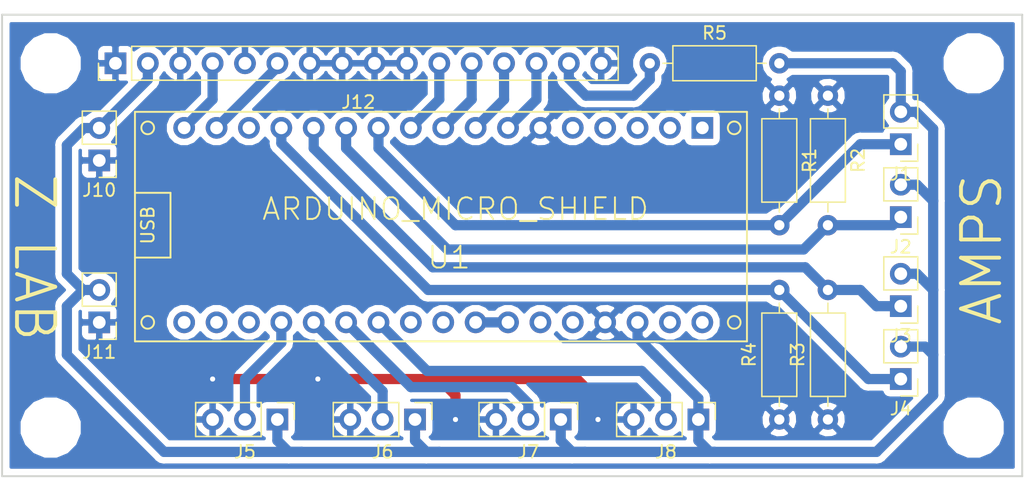
<source format=kicad_pcb>
(kicad_pcb (version 20171130) (host pcbnew 5.0.2-bee76a0~70~ubuntu18.10.1)

  (general
    (thickness 1.6)
    (drawings 6)
    (tracks 115)
    (zones 0)
    (modules 21)
    (nets 33)
  )

  (page A4)
  (layers
    (0 F.Cu signal)
    (31 B.Cu signal)
    (32 B.Adhes user hide)
    (33 F.Adhes user hide)
    (34 B.Paste user hide)
    (35 F.Paste user hide)
    (36 B.SilkS user)
    (37 F.SilkS user)
    (38 B.Mask user)
    (39 F.Mask user)
    (40 Dwgs.User user)
    (41 Cmts.User user)
    (42 Eco1.User user hide)
    (43 Eco2.User user hide)
    (44 Edge.Cuts user)
    (45 Margin user hide)
    (46 B.CrtYd user hide)
    (47 F.CrtYd user hide)
    (48 B.Fab user hide)
    (49 F.Fab user hide)
  )

  (setup
    (last_trace_width 0.8)
    (user_trace_width 0.8)
    (trace_clearance 0.2)
    (zone_clearance 0.508)
    (zone_45_only no)
    (trace_min 0.2)
    (segment_width 0.2)
    (edge_width 0.15)
    (via_size 0.8)
    (via_drill 0.4)
    (via_min_size 0.4)
    (via_min_drill 0.3)
    (uvia_size 0.3)
    (uvia_drill 0.1)
    (uvias_allowed no)
    (uvia_min_size 0.2)
    (uvia_min_drill 0.1)
    (pcb_text_width 0.3)
    (pcb_text_size 1.5 1.5)
    (mod_edge_width 0.15)
    (mod_text_size 1 1)
    (mod_text_width 0.15)
    (pad_size 1.524 1.524)
    (pad_drill 0.762)
    (pad_to_mask_clearance 0.051)
    (solder_mask_min_width 0.25)
    (aux_axis_origin 0 0)
    (visible_elements FFFDFF7F)
    (pcbplotparams
      (layerselection 0x010f0_ffffffff)
      (usegerberextensions false)
      (usegerberattributes false)
      (usegerberadvancedattributes false)
      (creategerberjobfile false)
      (excludeedgelayer false)
      (linewidth 0.100000)
      (plotframeref false)
      (viasonmask false)
      (mode 1)
      (useauxorigin false)
      (hpglpennumber 1)
      (hpglpenspeed 20)
      (hpglpendiameter 15.000000)
      (psnegative false)
      (psa4output false)
      (plotreference true)
      (plotvalue true)
      (plotinvisibletext false)
      (padsonsilk true)
      (subtractmaskfromsilk false)
      (outputformat 1)
      (mirror false)
      (drillshape 0)
      (scaleselection 1)
      (outputdirectory "gerber/"))
  )

  (net 0 "")
  (net 1 +5V)
  (net 2 B1)
  (net 3 B2)
  (net 4 B3)
  (net 5 B4)
  (net 6 GND)
  (net 7 I1_3.3V)
  (net 8 I2_5V_USB)
  (net 9 I3_5V)
  (net 10 I4_12V)
  (net 11 RS)
  (net 12 E)
  (net 13 D4)
  (net 14 D5)
  (net 15 D6)
  (net 16 D7)
  (net 17 "Net-(J12-Pad15)")
  (net 18 "Net-(U1-PadSCK)")
  (net 19 "Net-(U1-PadMI)")
  (net 20 "Net-(U1-PadRST)")
  (net 21 "Net-(U1-PadNC)")
  (net 22 "Net-(U1-PadA5)")
  (net 23 "Net-(U1-PadA4)")
  (net 24 "Net-(U1-PadAREF)")
  (net 25 "Net-(U1-Pad3.3V)")
  (net 26 "Net-(U1-Pad13)")
  (net 27 "Net-(U1-PadMO)")
  (net 28 "Net-(U1-PadSS)")
  (net 29 "Net-(U1-PadTX)")
  (net 30 "Net-(U1-PadRX)")
  (net 31 "Net-(U1-Pad10)")
  (net 32 "Net-(U1-Pad5V)")

  (net_class Default "Ceci est la Netclass par défaut."
    (clearance 0.2)
    (trace_width 0.25)
    (via_dia 0.8)
    (via_drill 0.4)
    (uvia_dia 0.3)
    (uvia_drill 0.1)
    (add_net +5V)
    (add_net B1)
    (add_net B2)
    (add_net B3)
    (add_net B4)
    (add_net D4)
    (add_net D5)
    (add_net D6)
    (add_net D7)
    (add_net E)
    (add_net GND)
    (add_net I1_3.3V)
    (add_net I2_5V_USB)
    (add_net I3_5V)
    (add_net I4_12V)
    (add_net "Net-(J12-Pad15)")
    (add_net "Net-(U1-Pad10)")
    (add_net "Net-(U1-Pad13)")
    (add_net "Net-(U1-Pad3.3V)")
    (add_net "Net-(U1-Pad5V)")
    (add_net "Net-(U1-PadA4)")
    (add_net "Net-(U1-PadA5)")
    (add_net "Net-(U1-PadAREF)")
    (add_net "Net-(U1-PadMI)")
    (add_net "Net-(U1-PadMO)")
    (add_net "Net-(U1-PadNC)")
    (add_net "Net-(U1-PadRST)")
    (add_net "Net-(U1-PadRX)")
    (add_net "Net-(U1-PadSCK)")
    (add_net "Net-(U1-PadSS)")
    (add_net "Net-(U1-PadTX)")
    (add_net RS)
  )

  (module MountingHole:MountingHole_3.7mm (layer F.Cu) (tedit 5C40E067) (tstamp 5DC8E219)
    (at 219.71 83.185)
    (descr "Mounting Hole 3.7mm, no annular")
    (tags "mounting hole 3.7mm no annular")
    (attr virtual)
    (fp_text reference "" (at 0 -4.7) (layer F.SilkS)
      (effects (font (size 1 1) (thickness 0.15)))
    )
    (fp_text value MountingHole_3.7mm (at 0 4.7) (layer F.Fab)
      (effects (font (size 1 1) (thickness 0.15)))
    )
    (fp_circle (center 0 0) (end 3.95 0) (layer F.CrtYd) (width 0.05))
    (fp_circle (center 0 0) (end 3.7 0) (layer Cmts.User) (width 0.15))
    (fp_text user %R (at 0.3 0) (layer F.Fab)
      (effects (font (size 1 1) (thickness 0.15)))
    )
    (pad 1 np_thru_hole circle (at 0 0) (size 3.7 3.7) (drill 3.7) (layers *.Cu *.Mask))
  )

  (module MountingHole:MountingHole_3.7mm (layer F.Cu) (tedit 5C40E067) (tstamp 5DC8E219)
    (at 147.32 83.185)
    (descr "Mounting Hole 3.7mm, no annular")
    (tags "mounting hole 3.7mm no annular")
    (attr virtual)
    (fp_text reference "" (at 0 -4.7) (layer F.SilkS)
      (effects (font (size 1 1) (thickness 0.15)))
    )
    (fp_text value MountingHole_3.7mm (at 0 4.7) (layer F.Fab)
      (effects (font (size 1 1) (thickness 0.15)))
    )
    (fp_circle (center 0 0) (end 3.95 0) (layer F.CrtYd) (width 0.05))
    (fp_circle (center 0 0) (end 3.7 0) (layer Cmts.User) (width 0.15))
    (fp_text user %R (at 0.3 0) (layer F.Fab)
      (effects (font (size 1 1) (thickness 0.15)))
    )
    (pad 1 np_thru_hole circle (at 0 0) (size 3.7 3.7) (drill 3.7) (layers *.Cu *.Mask))
  )

  (module MountingHole:MountingHole_3.7mm (layer F.Cu) (tedit 5C40E067) (tstamp 5DC8E219)
    (at 147.32 54.61)
    (descr "Mounting Hole 3.7mm, no annular")
    (tags "mounting hole 3.7mm no annular")
    (attr virtual)
    (fp_text reference "" (at 0 -4.7) (layer F.SilkS)
      (effects (font (size 1 1) (thickness 0.15)))
    )
    (fp_text value MountingHole_3.7mm (at 0 4.7) (layer F.Fab)
      (effects (font (size 1 1) (thickness 0.15)))
    )
    (fp_circle (center 0 0) (end 3.95 0) (layer F.CrtYd) (width 0.05))
    (fp_circle (center 0 0) (end 3.7 0) (layer Cmts.User) (width 0.15))
    (fp_text user %R (at 0.3 0) (layer F.Fab)
      (effects (font (size 1 1) (thickness 0.15)))
    )
    (pad 1 np_thru_hole circle (at 0 0) (size 3.7 3.7) (drill 3.7) (layers *.Cu *.Mask))
  )

  (module MountingHole:MountingHole_3.7mm (layer F.Cu) (tedit 5C40E067) (tstamp 5DC8E219)
    (at 219.71 54.61)
    (descr "Mounting Hole 3.7mm, no annular")
    (tags "mounting hole 3.7mm no annular")
    (attr virtual)
    (fp_text reference "" (at 0 -4.7) (layer F.SilkS)
      (effects (font (size 1 1) (thickness 0.15)))
    )
    (fp_text value MountingHole_3.7mm (at 0 4.7) (layer F.Fab)
      (effects (font (size 1 1) (thickness 0.15)))
    )
    (fp_circle (center 0 0) (end 3.95 0) (layer F.CrtYd) (width 0.05))
    (fp_circle (center 0 0) (end 3.7 0) (layer Cmts.User) (width 0.15))
    (fp_text user %R (at 0.3 0) (layer F.Fab)
      (effects (font (size 1 1) (thickness 0.15)))
    )
    (pad 1 np_thru_hole circle (at 0 0) (size 3.7 3.7) (drill 3.7) (layers *.Cu *.Mask))
  )

  (module Connector_PinHeader_2.54mm:PinHeader_1x02_P2.54mm_Vertical (layer F.Cu) (tedit 59FED5CC) (tstamp 5C4202E4)
    (at 151.13 62.23 180)
    (descr "Through hole straight pin header, 1x02, 2.54mm pitch, single row")
    (tags "Through hole pin header THT 1x02 2.54mm single row")
    (path /5C3E5786)
    (fp_text reference J10 (at 0 -2.33 180) (layer F.SilkS)
      (effects (font (size 1 1) (thickness 0.15)))
    )
    (fp_text value Conn_01x02 (at 0 4.87 180) (layer F.Fab)
      (effects (font (size 1 1) (thickness 0.15)))
    )
    (fp_text user %R (at 0 1.27 270) (layer F.Fab)
      (effects (font (size 1 1) (thickness 0.15)))
    )
    (fp_line (start 1.8 -1.8) (end -1.8 -1.8) (layer F.CrtYd) (width 0.05))
    (fp_line (start 1.8 4.35) (end 1.8 -1.8) (layer F.CrtYd) (width 0.05))
    (fp_line (start -1.8 4.35) (end 1.8 4.35) (layer F.CrtYd) (width 0.05))
    (fp_line (start -1.8 -1.8) (end -1.8 4.35) (layer F.CrtYd) (width 0.05))
    (fp_line (start -1.33 -1.33) (end 0 -1.33) (layer F.SilkS) (width 0.12))
    (fp_line (start -1.33 0) (end -1.33 -1.33) (layer F.SilkS) (width 0.12))
    (fp_line (start -1.33 1.27) (end 1.33 1.27) (layer F.SilkS) (width 0.12))
    (fp_line (start 1.33 1.27) (end 1.33 3.87) (layer F.SilkS) (width 0.12))
    (fp_line (start -1.33 1.27) (end -1.33 3.87) (layer F.SilkS) (width 0.12))
    (fp_line (start -1.33 3.87) (end 1.33 3.87) (layer F.SilkS) (width 0.12))
    (fp_line (start -1.27 -0.635) (end -0.635 -1.27) (layer F.Fab) (width 0.1))
    (fp_line (start -1.27 3.81) (end -1.27 -0.635) (layer F.Fab) (width 0.1))
    (fp_line (start 1.27 3.81) (end -1.27 3.81) (layer F.Fab) (width 0.1))
    (fp_line (start 1.27 -1.27) (end 1.27 3.81) (layer F.Fab) (width 0.1))
    (fp_line (start -0.635 -1.27) (end 1.27 -1.27) (layer F.Fab) (width 0.1))
    (pad 2 thru_hole oval (at 0 2.54 180) (size 1.7 1.7) (drill 1) (layers *.Cu *.Mask)
      (net 1 +5V))
    (pad 1 thru_hole rect (at 0 0 180) (size 1.7 1.7) (drill 1) (layers *.Cu *.Mask)
      (net 6 GND))
    (model ${KISYS3DMOD}/Connector_PinHeader_2.54mm.3dshapes/PinHeader_1x02_P2.54mm_Vertical.wrl
      (at (xyz 0 0 0))
      (scale (xyz 1 1 1))
      (rotate (xyz 0 0 0))
    )
  )

  (module Connector_PinHeader_2.54mm:PinHeader_1x02_P2.54mm_Vertical (layer F.Cu) (tedit 59FED5CC) (tstamp 5C42027E)
    (at 213.995 79.375 180)
    (descr "Through hole straight pin header, 1x02, 2.54mm pitch, single row")
    (tags "Through hole pin header THT 1x02 2.54mm single row")
    (path /5C3BE51E)
    (fp_text reference J4 (at 0 -2.33 180) (layer F.SilkS)
      (effects (font (size 1 1) (thickness 0.15)))
    )
    (fp_text value Conn_01x02 (at 0 4.87 180) (layer F.Fab)
      (effects (font (size 1 1) (thickness 0.15)))
    )
    (fp_text user %R (at 0 1.27 270) (layer F.Fab)
      (effects (font (size 1 1) (thickness 0.15)))
    )
    (fp_line (start 1.8 -1.8) (end -1.8 -1.8) (layer F.CrtYd) (width 0.05))
    (fp_line (start 1.8 4.35) (end 1.8 -1.8) (layer F.CrtYd) (width 0.05))
    (fp_line (start -1.8 4.35) (end 1.8 4.35) (layer F.CrtYd) (width 0.05))
    (fp_line (start -1.8 -1.8) (end -1.8 4.35) (layer F.CrtYd) (width 0.05))
    (fp_line (start -1.33 -1.33) (end 0 -1.33) (layer F.SilkS) (width 0.12))
    (fp_line (start -1.33 0) (end -1.33 -1.33) (layer F.SilkS) (width 0.12))
    (fp_line (start -1.33 1.27) (end 1.33 1.27) (layer F.SilkS) (width 0.12))
    (fp_line (start 1.33 1.27) (end 1.33 3.87) (layer F.SilkS) (width 0.12))
    (fp_line (start -1.33 1.27) (end -1.33 3.87) (layer F.SilkS) (width 0.12))
    (fp_line (start -1.33 3.87) (end 1.33 3.87) (layer F.SilkS) (width 0.12))
    (fp_line (start -1.27 -0.635) (end -0.635 -1.27) (layer F.Fab) (width 0.1))
    (fp_line (start -1.27 3.81) (end -1.27 -0.635) (layer F.Fab) (width 0.1))
    (fp_line (start 1.27 3.81) (end -1.27 3.81) (layer F.Fab) (width 0.1))
    (fp_line (start 1.27 -1.27) (end 1.27 3.81) (layer F.Fab) (width 0.1))
    (fp_line (start -0.635 -1.27) (end 1.27 -1.27) (layer F.Fab) (width 0.1))
    (pad 2 thru_hole oval (at 0 2.54 180) (size 1.7 1.7) (drill 1) (layers *.Cu *.Mask)
      (net 1 +5V))
    (pad 1 thru_hole rect (at 0 0 180) (size 1.7 1.7) (drill 1) (layers *.Cu *.Mask)
      (net 5 B4))
    (model ${KISYS3DMOD}/Connector_PinHeader_2.54mm.3dshapes/PinHeader_1x02_P2.54mm_Vertical.wrl
      (at (xyz 0 0 0))
      (scale (xyz 1 1 1))
      (rotate (xyz 0 0 0))
    )
  )

  (module Connector_PinHeader_2.54mm:PinHeader_1x02_P2.54mm_Vertical (layer F.Cu) (tedit 59FED5CC) (tstamp 5C420274)
    (at 213.995 73.66 180)
    (descr "Through hole straight pin header, 1x02, 2.54mm pitch, single row")
    (tags "Through hole pin header THT 1x02 2.54mm single row")
    (path /5C3BE49A)
    (fp_text reference J3 (at 0 -2.33 180) (layer F.SilkS)
      (effects (font (size 1 1) (thickness 0.15)))
    )
    (fp_text value Conn_01x02 (at 0 4.87 180) (layer F.Fab)
      (effects (font (size 1 1) (thickness 0.15)))
    )
    (fp_text user %R (at 0 1.27 270) (layer F.Fab)
      (effects (font (size 1 1) (thickness 0.15)))
    )
    (fp_line (start 1.8 -1.8) (end -1.8 -1.8) (layer F.CrtYd) (width 0.05))
    (fp_line (start 1.8 4.35) (end 1.8 -1.8) (layer F.CrtYd) (width 0.05))
    (fp_line (start -1.8 4.35) (end 1.8 4.35) (layer F.CrtYd) (width 0.05))
    (fp_line (start -1.8 -1.8) (end -1.8 4.35) (layer F.CrtYd) (width 0.05))
    (fp_line (start -1.33 -1.33) (end 0 -1.33) (layer F.SilkS) (width 0.12))
    (fp_line (start -1.33 0) (end -1.33 -1.33) (layer F.SilkS) (width 0.12))
    (fp_line (start -1.33 1.27) (end 1.33 1.27) (layer F.SilkS) (width 0.12))
    (fp_line (start 1.33 1.27) (end 1.33 3.87) (layer F.SilkS) (width 0.12))
    (fp_line (start -1.33 1.27) (end -1.33 3.87) (layer F.SilkS) (width 0.12))
    (fp_line (start -1.33 3.87) (end 1.33 3.87) (layer F.SilkS) (width 0.12))
    (fp_line (start -1.27 -0.635) (end -0.635 -1.27) (layer F.Fab) (width 0.1))
    (fp_line (start -1.27 3.81) (end -1.27 -0.635) (layer F.Fab) (width 0.1))
    (fp_line (start 1.27 3.81) (end -1.27 3.81) (layer F.Fab) (width 0.1))
    (fp_line (start 1.27 -1.27) (end 1.27 3.81) (layer F.Fab) (width 0.1))
    (fp_line (start -0.635 -1.27) (end 1.27 -1.27) (layer F.Fab) (width 0.1))
    (pad 2 thru_hole oval (at 0 2.54 180) (size 1.7 1.7) (drill 1) (layers *.Cu *.Mask)
      (net 1 +5V))
    (pad 1 thru_hole rect (at 0 0 180) (size 1.7 1.7) (drill 1) (layers *.Cu *.Mask)
      (net 4 B3))
    (model ${KISYS3DMOD}/Connector_PinHeader_2.54mm.3dshapes/PinHeader_1x02_P2.54mm_Vertical.wrl
      (at (xyz 0 0 0))
      (scale (xyz 1 1 1))
      (rotate (xyz 0 0 0))
    )
  )

  (module Connector_PinHeader_2.54mm:PinHeader_1x02_P2.54mm_Vertical (layer F.Cu) (tedit 59FED5CC) (tstamp 5C420260)
    (at 213.995 60.96 180)
    (descr "Through hole straight pin header, 1x02, 2.54mm pitch, single row")
    (tags "Through hole pin header THT 1x02 2.54mm single row")
    (path /5C3BE4CA)
    (fp_text reference J1 (at 0 -2.33 180) (layer F.SilkS)
      (effects (font (size 1 1) (thickness 0.15)))
    )
    (fp_text value Conn_01x02 (at 0 4.87 180) (layer F.Fab)
      (effects (font (size 1 1) (thickness 0.15)))
    )
    (fp_text user %R (at 0 1.27 270) (layer F.Fab)
      (effects (font (size 1 1) (thickness 0.15)))
    )
    (fp_line (start 1.8 -1.8) (end -1.8 -1.8) (layer F.CrtYd) (width 0.05))
    (fp_line (start 1.8 4.35) (end 1.8 -1.8) (layer F.CrtYd) (width 0.05))
    (fp_line (start -1.8 4.35) (end 1.8 4.35) (layer F.CrtYd) (width 0.05))
    (fp_line (start -1.8 -1.8) (end -1.8 4.35) (layer F.CrtYd) (width 0.05))
    (fp_line (start -1.33 -1.33) (end 0 -1.33) (layer F.SilkS) (width 0.12))
    (fp_line (start -1.33 0) (end -1.33 -1.33) (layer F.SilkS) (width 0.12))
    (fp_line (start -1.33 1.27) (end 1.33 1.27) (layer F.SilkS) (width 0.12))
    (fp_line (start 1.33 1.27) (end 1.33 3.87) (layer F.SilkS) (width 0.12))
    (fp_line (start -1.33 1.27) (end -1.33 3.87) (layer F.SilkS) (width 0.12))
    (fp_line (start -1.33 3.87) (end 1.33 3.87) (layer F.SilkS) (width 0.12))
    (fp_line (start -1.27 -0.635) (end -0.635 -1.27) (layer F.Fab) (width 0.1))
    (fp_line (start -1.27 3.81) (end -1.27 -0.635) (layer F.Fab) (width 0.1))
    (fp_line (start 1.27 3.81) (end -1.27 3.81) (layer F.Fab) (width 0.1))
    (fp_line (start 1.27 -1.27) (end 1.27 3.81) (layer F.Fab) (width 0.1))
    (fp_line (start -0.635 -1.27) (end 1.27 -1.27) (layer F.Fab) (width 0.1))
    (pad 2 thru_hole oval (at 0 2.54 180) (size 1.7 1.7) (drill 1) (layers *.Cu *.Mask)
      (net 1 +5V))
    (pad 1 thru_hole rect (at 0 0 180) (size 1.7 1.7) (drill 1) (layers *.Cu *.Mask)
      (net 2 B1))
    (model ${KISYS3DMOD}/Connector_PinHeader_2.54mm.3dshapes/PinHeader_1x02_P2.54mm_Vertical.wrl
      (at (xyz 0 0 0))
      (scale (xyz 1 1 1))
      (rotate (xyz 0 0 0))
    )
  )

  (module Connector_PinHeader_2.54mm:PinHeader_1x02_P2.54mm_Vertical (layer F.Cu) (tedit 59FED5CC) (tstamp 5C42026A)
    (at 213.995 66.675 180)
    (descr "Through hole straight pin header, 1x02, 2.54mm pitch, single row")
    (tags "Through hole pin header THT 1x02 2.54mm single row")
    (path /5C3BE23C)
    (fp_text reference J2 (at 0 -2.33 180) (layer F.SilkS)
      (effects (font (size 1 1) (thickness 0.15)))
    )
    (fp_text value Conn_01x02 (at 0 4.87 180) (layer F.Fab)
      (effects (font (size 1 1) (thickness 0.15)))
    )
    (fp_text user %R (at 0 1.27 270) (layer F.Fab)
      (effects (font (size 1 1) (thickness 0.15)))
    )
    (fp_line (start 1.8 -1.8) (end -1.8 -1.8) (layer F.CrtYd) (width 0.05))
    (fp_line (start 1.8 4.35) (end 1.8 -1.8) (layer F.CrtYd) (width 0.05))
    (fp_line (start -1.8 4.35) (end 1.8 4.35) (layer F.CrtYd) (width 0.05))
    (fp_line (start -1.8 -1.8) (end -1.8 4.35) (layer F.CrtYd) (width 0.05))
    (fp_line (start -1.33 -1.33) (end 0 -1.33) (layer F.SilkS) (width 0.12))
    (fp_line (start -1.33 0) (end -1.33 -1.33) (layer F.SilkS) (width 0.12))
    (fp_line (start -1.33 1.27) (end 1.33 1.27) (layer F.SilkS) (width 0.12))
    (fp_line (start 1.33 1.27) (end 1.33 3.87) (layer F.SilkS) (width 0.12))
    (fp_line (start -1.33 1.27) (end -1.33 3.87) (layer F.SilkS) (width 0.12))
    (fp_line (start -1.33 3.87) (end 1.33 3.87) (layer F.SilkS) (width 0.12))
    (fp_line (start -1.27 -0.635) (end -0.635 -1.27) (layer F.Fab) (width 0.1))
    (fp_line (start -1.27 3.81) (end -1.27 -0.635) (layer F.Fab) (width 0.1))
    (fp_line (start 1.27 3.81) (end -1.27 3.81) (layer F.Fab) (width 0.1))
    (fp_line (start 1.27 -1.27) (end 1.27 3.81) (layer F.Fab) (width 0.1))
    (fp_line (start -0.635 -1.27) (end 1.27 -1.27) (layer F.Fab) (width 0.1))
    (pad 2 thru_hole oval (at 0 2.54 180) (size 1.7 1.7) (drill 1) (layers *.Cu *.Mask)
      (net 1 +5V))
    (pad 1 thru_hole rect (at 0 0 180) (size 1.7 1.7) (drill 1) (layers *.Cu *.Mask)
      (net 3 B2))
    (model ${KISYS3DMOD}/Connector_PinHeader_2.54mm.3dshapes/PinHeader_1x02_P2.54mm_Vertical.wrl
      (at (xyz 0 0 0))
      (scale (xyz 1 1 1))
      (rotate (xyz 0 0 0))
    )
  )

  (module Connector_PinHeader_2.54mm:PinHeader_1x02_P2.54mm_Vertical (layer F.Cu) (tedit 59FED5CC) (tstamp 5C4202EE)
    (at 151.13 74.93 180)
    (descr "Through hole straight pin header, 1x02, 2.54mm pitch, single row")
    (tags "Through hole pin header THT 1x02 2.54mm single row")
    (path /5C419A40)
    (fp_text reference J11 (at 0 -2.33 180) (layer F.SilkS)
      (effects (font (size 1 1) (thickness 0.15)))
    )
    (fp_text value Conn_01x02 (at 0 4.87 180) (layer F.Fab)
      (effects (font (size 1 1) (thickness 0.15)))
    )
    (fp_text user %R (at 0 1.27 270) (layer F.Fab)
      (effects (font (size 1 1) (thickness 0.15)))
    )
    (fp_line (start 1.8 -1.8) (end -1.8 -1.8) (layer F.CrtYd) (width 0.05))
    (fp_line (start 1.8 4.35) (end 1.8 -1.8) (layer F.CrtYd) (width 0.05))
    (fp_line (start -1.8 4.35) (end 1.8 4.35) (layer F.CrtYd) (width 0.05))
    (fp_line (start -1.8 -1.8) (end -1.8 4.35) (layer F.CrtYd) (width 0.05))
    (fp_line (start -1.33 -1.33) (end 0 -1.33) (layer F.SilkS) (width 0.12))
    (fp_line (start -1.33 0) (end -1.33 -1.33) (layer F.SilkS) (width 0.12))
    (fp_line (start -1.33 1.27) (end 1.33 1.27) (layer F.SilkS) (width 0.12))
    (fp_line (start 1.33 1.27) (end 1.33 3.87) (layer F.SilkS) (width 0.12))
    (fp_line (start -1.33 1.27) (end -1.33 3.87) (layer F.SilkS) (width 0.12))
    (fp_line (start -1.33 3.87) (end 1.33 3.87) (layer F.SilkS) (width 0.12))
    (fp_line (start -1.27 -0.635) (end -0.635 -1.27) (layer F.Fab) (width 0.1))
    (fp_line (start -1.27 3.81) (end -1.27 -0.635) (layer F.Fab) (width 0.1))
    (fp_line (start 1.27 3.81) (end -1.27 3.81) (layer F.Fab) (width 0.1))
    (fp_line (start 1.27 -1.27) (end 1.27 3.81) (layer F.Fab) (width 0.1))
    (fp_line (start -0.635 -1.27) (end 1.27 -1.27) (layer F.Fab) (width 0.1))
    (pad 2 thru_hole oval (at 0 2.54 180) (size 1.7 1.7) (drill 1) (layers *.Cu *.Mask)
      (net 1 +5V))
    (pad 1 thru_hole rect (at 0 0 180) (size 1.7 1.7) (drill 1) (layers *.Cu *.Mask)
      (net 6 GND))
    (model ${KISYS3DMOD}/Connector_PinHeader_2.54mm.3dshapes/PinHeader_1x02_P2.54mm_Vertical.wrl
      (at (xyz 0 0 0))
      (scale (xyz 1 1 1))
      (rotate (xyz 0 0 0))
    )
  )

  (module Resistor_THT:R_Axial_DIN0207_L6.3mm_D2.5mm_P10.16mm_Horizontal (layer F.Cu) (tedit 5AE5139B) (tstamp 5C420329)
    (at 204.47 57.15 270)
    (descr "Resistor, Axial_DIN0207 series, Axial, Horizontal, pin pitch=10.16mm, 0.25W = 1/4W, length*diameter=6.3*2.5mm^2, http://cdn-reichelt.de/documents/datenblatt/B400/1_4W%23YAG.pdf")
    (tags "Resistor Axial_DIN0207 series Axial Horizontal pin pitch 10.16mm 0.25W = 1/4W length 6.3mm diameter 2.5mm")
    (path /5C3EC7CE)
    (fp_text reference R1 (at 5.08 -2.37 270) (layer F.SilkS)
      (effects (font (size 1 1) (thickness 0.15)))
    )
    (fp_text value 10k (at 5.08 2.37 270) (layer F.Fab)
      (effects (font (size 1 1) (thickness 0.15)))
    )
    (fp_text user %R (at 5.08 0 270) (layer F.Fab)
      (effects (font (size 1 1) (thickness 0.15)))
    )
    (fp_line (start 11.21 -1.5) (end -1.05 -1.5) (layer F.CrtYd) (width 0.05))
    (fp_line (start 11.21 1.5) (end 11.21 -1.5) (layer F.CrtYd) (width 0.05))
    (fp_line (start -1.05 1.5) (end 11.21 1.5) (layer F.CrtYd) (width 0.05))
    (fp_line (start -1.05 -1.5) (end -1.05 1.5) (layer F.CrtYd) (width 0.05))
    (fp_line (start 9.12 0) (end 8.35 0) (layer F.SilkS) (width 0.12))
    (fp_line (start 1.04 0) (end 1.81 0) (layer F.SilkS) (width 0.12))
    (fp_line (start 8.35 -1.37) (end 1.81 -1.37) (layer F.SilkS) (width 0.12))
    (fp_line (start 8.35 1.37) (end 8.35 -1.37) (layer F.SilkS) (width 0.12))
    (fp_line (start 1.81 1.37) (end 8.35 1.37) (layer F.SilkS) (width 0.12))
    (fp_line (start 1.81 -1.37) (end 1.81 1.37) (layer F.SilkS) (width 0.12))
    (fp_line (start 10.16 0) (end 8.23 0) (layer F.Fab) (width 0.1))
    (fp_line (start 0 0) (end 1.93 0) (layer F.Fab) (width 0.1))
    (fp_line (start 8.23 -1.25) (end 1.93 -1.25) (layer F.Fab) (width 0.1))
    (fp_line (start 8.23 1.25) (end 8.23 -1.25) (layer F.Fab) (width 0.1))
    (fp_line (start 1.93 1.25) (end 8.23 1.25) (layer F.Fab) (width 0.1))
    (fp_line (start 1.93 -1.25) (end 1.93 1.25) (layer F.Fab) (width 0.1))
    (pad 2 thru_hole oval (at 10.16 0 270) (size 1.6 1.6) (drill 0.8) (layers *.Cu *.Mask)
      (net 2 B1))
    (pad 1 thru_hole circle (at 0 0 270) (size 1.6 1.6) (drill 0.8) (layers *.Cu *.Mask)
      (net 6 GND))
    (model ${KISYS3DMOD}/Resistor_THT.3dshapes/R_Axial_DIN0207_L6.3mm_D2.5mm_P10.16mm_Horizontal.wrl
      (at (xyz 0 0 0))
      (scale (xyz 1 1 1))
      (rotate (xyz 0 0 0))
    )
  )

  (module Connector_PinHeader_2.54mm:PinHeader_1x03_P2.54mm_Vertical (layer F.Cu) (tedit 59FED5CC) (tstamp 5C420295)
    (at 165.1 82.55 270)
    (descr "Through hole straight pin header, 1x03, 2.54mm pitch, single row")
    (tags "Through hole pin header THT 1x03 2.54mm single row")
    (path /5C3CEC5D)
    (fp_text reference J5 (at 2.54 2.54) (layer F.SilkS)
      (effects (font (size 1 1) (thickness 0.15)))
    )
    (fp_text value Conn_01x03 (at 0 7.41 270) (layer F.Fab)
      (effects (font (size 1 1) (thickness 0.15)))
    )
    (fp_text user %R (at 0 2.54) (layer F.Fab)
      (effects (font (size 1 1) (thickness 0.15)))
    )
    (fp_line (start 1.8 -1.8) (end -1.8 -1.8) (layer F.CrtYd) (width 0.05))
    (fp_line (start 1.8 6.85) (end 1.8 -1.8) (layer F.CrtYd) (width 0.05))
    (fp_line (start -1.8 6.85) (end 1.8 6.85) (layer F.CrtYd) (width 0.05))
    (fp_line (start -1.8 -1.8) (end -1.8 6.85) (layer F.CrtYd) (width 0.05))
    (fp_line (start -1.33 -1.33) (end 0 -1.33) (layer F.SilkS) (width 0.12))
    (fp_line (start -1.33 0) (end -1.33 -1.33) (layer F.SilkS) (width 0.12))
    (fp_line (start -1.33 1.27) (end 1.33 1.27) (layer F.SilkS) (width 0.12))
    (fp_line (start 1.33 1.27) (end 1.33 6.41) (layer F.SilkS) (width 0.12))
    (fp_line (start -1.33 1.27) (end -1.33 6.41) (layer F.SilkS) (width 0.12))
    (fp_line (start -1.33 6.41) (end 1.33 6.41) (layer F.SilkS) (width 0.12))
    (fp_line (start -1.27 -0.635) (end -0.635 -1.27) (layer F.Fab) (width 0.1))
    (fp_line (start -1.27 6.35) (end -1.27 -0.635) (layer F.Fab) (width 0.1))
    (fp_line (start 1.27 6.35) (end -1.27 6.35) (layer F.Fab) (width 0.1))
    (fp_line (start 1.27 -1.27) (end 1.27 6.35) (layer F.Fab) (width 0.1))
    (fp_line (start -0.635 -1.27) (end 1.27 -1.27) (layer F.Fab) (width 0.1))
    (pad 3 thru_hole oval (at 0 5.08 270) (size 1.7 1.7) (drill 1) (layers *.Cu *.Mask)
      (net 6 GND))
    (pad 2 thru_hole oval (at 0 2.54 270) (size 1.7 1.7) (drill 1) (layers *.Cu *.Mask)
      (net 7 I1_3.3V))
    (pad 1 thru_hole rect (at 0 0 270) (size 1.7 1.7) (drill 1) (layers *.Cu *.Mask)
      (net 1 +5V))
    (model ${KISYS3DMOD}/Connector_PinHeader_2.54mm.3dshapes/PinHeader_1x03_P2.54mm_Vertical.wrl
      (at (xyz 0 0 0))
      (scale (xyz 1 1 1))
      (rotate (xyz 0 0 0))
    )
  )

  (module Connector_PinHeader_2.54mm:PinHeader_1x03_P2.54mm_Vertical (layer F.Cu) (tedit 59FED5CC) (tstamp 5C4202AC)
    (at 175.895 82.55 270)
    (descr "Through hole straight pin header, 1x03, 2.54mm pitch, single row")
    (tags "Through hole pin header THT 1x03 2.54mm single row")
    (path /5C3CEC2B)
    (fp_text reference J6 (at 2.54 2.54) (layer F.SilkS)
      (effects (font (size 1 1) (thickness 0.15)))
    )
    (fp_text value Conn_01x03 (at 0 7.41 270) (layer F.Fab)
      (effects (font (size 1 1) (thickness 0.15)))
    )
    (fp_line (start -0.635 -1.27) (end 1.27 -1.27) (layer F.Fab) (width 0.1))
    (fp_line (start 1.27 -1.27) (end 1.27 6.35) (layer F.Fab) (width 0.1))
    (fp_line (start 1.27 6.35) (end -1.27 6.35) (layer F.Fab) (width 0.1))
    (fp_line (start -1.27 6.35) (end -1.27 -0.635) (layer F.Fab) (width 0.1))
    (fp_line (start -1.27 -0.635) (end -0.635 -1.27) (layer F.Fab) (width 0.1))
    (fp_line (start -1.33 6.41) (end 1.33 6.41) (layer F.SilkS) (width 0.12))
    (fp_line (start -1.33 1.27) (end -1.33 6.41) (layer F.SilkS) (width 0.12))
    (fp_line (start 1.33 1.27) (end 1.33 6.41) (layer F.SilkS) (width 0.12))
    (fp_line (start -1.33 1.27) (end 1.33 1.27) (layer F.SilkS) (width 0.12))
    (fp_line (start -1.33 0) (end -1.33 -1.33) (layer F.SilkS) (width 0.12))
    (fp_line (start -1.33 -1.33) (end 0 -1.33) (layer F.SilkS) (width 0.12))
    (fp_line (start -1.8 -1.8) (end -1.8 6.85) (layer F.CrtYd) (width 0.05))
    (fp_line (start -1.8 6.85) (end 1.8 6.85) (layer F.CrtYd) (width 0.05))
    (fp_line (start 1.8 6.85) (end 1.8 -1.8) (layer F.CrtYd) (width 0.05))
    (fp_line (start 1.8 -1.8) (end -1.8 -1.8) (layer F.CrtYd) (width 0.05))
    (fp_text user %R (at 0 2.54) (layer F.Fab)
      (effects (font (size 1 1) (thickness 0.15)))
    )
    (pad 1 thru_hole rect (at 0 0 270) (size 1.7 1.7) (drill 1) (layers *.Cu *.Mask)
      (net 1 +5V))
    (pad 2 thru_hole oval (at 0 2.54 270) (size 1.7 1.7) (drill 1) (layers *.Cu *.Mask)
      (net 8 I2_5V_USB))
    (pad 3 thru_hole oval (at 0 5.08 270) (size 1.7 1.7) (drill 1) (layers *.Cu *.Mask)
      (net 6 GND))
    (model ${KISYS3DMOD}/Connector_PinHeader_2.54mm.3dshapes/PinHeader_1x03_P2.54mm_Vertical.wrl
      (at (xyz 0 0 0))
      (scale (xyz 1 1 1))
      (rotate (xyz 0 0 0))
    )
  )

  (module Connector_PinHeader_2.54mm:PinHeader_1x03_P2.54mm_Vertical (layer F.Cu) (tedit 59FED5CC) (tstamp 5C4202C3)
    (at 187.325 82.55 270)
    (descr "Through hole straight pin header, 1x03, 2.54mm pitch, single row")
    (tags "Through hole pin header THT 1x03 2.54mm single row")
    (path /5C3CEBFD)
    (fp_text reference J7 (at 2.54 2.54) (layer F.SilkS)
      (effects (font (size 1 1) (thickness 0.15)))
    )
    (fp_text value Conn_01x03 (at 0 7.41 270) (layer F.Fab)
      (effects (font (size 1 1) (thickness 0.15)))
    )
    (fp_text user %R (at 0 2.54) (layer F.Fab)
      (effects (font (size 1 1) (thickness 0.15)))
    )
    (fp_line (start 1.8 -1.8) (end -1.8 -1.8) (layer F.CrtYd) (width 0.05))
    (fp_line (start 1.8 6.85) (end 1.8 -1.8) (layer F.CrtYd) (width 0.05))
    (fp_line (start -1.8 6.85) (end 1.8 6.85) (layer F.CrtYd) (width 0.05))
    (fp_line (start -1.8 -1.8) (end -1.8 6.85) (layer F.CrtYd) (width 0.05))
    (fp_line (start -1.33 -1.33) (end 0 -1.33) (layer F.SilkS) (width 0.12))
    (fp_line (start -1.33 0) (end -1.33 -1.33) (layer F.SilkS) (width 0.12))
    (fp_line (start -1.33 1.27) (end 1.33 1.27) (layer F.SilkS) (width 0.12))
    (fp_line (start 1.33 1.27) (end 1.33 6.41) (layer F.SilkS) (width 0.12))
    (fp_line (start -1.33 1.27) (end -1.33 6.41) (layer F.SilkS) (width 0.12))
    (fp_line (start -1.33 6.41) (end 1.33 6.41) (layer F.SilkS) (width 0.12))
    (fp_line (start -1.27 -0.635) (end -0.635 -1.27) (layer F.Fab) (width 0.1))
    (fp_line (start -1.27 6.35) (end -1.27 -0.635) (layer F.Fab) (width 0.1))
    (fp_line (start 1.27 6.35) (end -1.27 6.35) (layer F.Fab) (width 0.1))
    (fp_line (start 1.27 -1.27) (end 1.27 6.35) (layer F.Fab) (width 0.1))
    (fp_line (start -0.635 -1.27) (end 1.27 -1.27) (layer F.Fab) (width 0.1))
    (pad 3 thru_hole oval (at 0 5.08 270) (size 1.7 1.7) (drill 1) (layers *.Cu *.Mask)
      (net 6 GND))
    (pad 2 thru_hole oval (at 0 2.54 270) (size 1.7 1.7) (drill 1) (layers *.Cu *.Mask)
      (net 9 I3_5V))
    (pad 1 thru_hole rect (at 0 0 270) (size 1.7 1.7) (drill 1) (layers *.Cu *.Mask)
      (net 1 +5V))
    (model ${KISYS3DMOD}/Connector_PinHeader_2.54mm.3dshapes/PinHeader_1x03_P2.54mm_Vertical.wrl
      (at (xyz 0 0 0))
      (scale (xyz 1 1 1))
      (rotate (xyz 0 0 0))
    )
  )

  (module Connector_PinHeader_2.54mm:PinHeader_1x03_P2.54mm_Vertical (layer F.Cu) (tedit 59FED5CC) (tstamp 5C4202DA)
    (at 198.12 82.55 270)
    (descr "Through hole straight pin header, 1x03, 2.54mm pitch, single row")
    (tags "Through hole pin header THT 1x03 2.54mm single row")
    (path /5C3CEBD1)
    (fp_text reference J8 (at 2.54 2.54) (layer F.SilkS)
      (effects (font (size 1 1) (thickness 0.15)))
    )
    (fp_text value Conn_01x03 (at 0 7.41 270) (layer F.Fab)
      (effects (font (size 1 1) (thickness 0.15)))
    )
    (fp_line (start -0.635 -1.27) (end 1.27 -1.27) (layer F.Fab) (width 0.1))
    (fp_line (start 1.27 -1.27) (end 1.27 6.35) (layer F.Fab) (width 0.1))
    (fp_line (start 1.27 6.35) (end -1.27 6.35) (layer F.Fab) (width 0.1))
    (fp_line (start -1.27 6.35) (end -1.27 -0.635) (layer F.Fab) (width 0.1))
    (fp_line (start -1.27 -0.635) (end -0.635 -1.27) (layer F.Fab) (width 0.1))
    (fp_line (start -1.33 6.41) (end 1.33 6.41) (layer F.SilkS) (width 0.12))
    (fp_line (start -1.33 1.27) (end -1.33 6.41) (layer F.SilkS) (width 0.12))
    (fp_line (start 1.33 1.27) (end 1.33 6.41) (layer F.SilkS) (width 0.12))
    (fp_line (start -1.33 1.27) (end 1.33 1.27) (layer F.SilkS) (width 0.12))
    (fp_line (start -1.33 0) (end -1.33 -1.33) (layer F.SilkS) (width 0.12))
    (fp_line (start -1.33 -1.33) (end 0 -1.33) (layer F.SilkS) (width 0.12))
    (fp_line (start -1.8 -1.8) (end -1.8 6.85) (layer F.CrtYd) (width 0.05))
    (fp_line (start -1.8 6.85) (end 1.8 6.85) (layer F.CrtYd) (width 0.05))
    (fp_line (start 1.8 6.85) (end 1.8 -1.8) (layer F.CrtYd) (width 0.05))
    (fp_line (start 1.8 -1.8) (end -1.8 -1.8) (layer F.CrtYd) (width 0.05))
    (fp_text user %R (at 0 2.54) (layer F.Fab)
      (effects (font (size 1 1) (thickness 0.15)))
    )
    (pad 1 thru_hole rect (at 0 0 270) (size 1.7 1.7) (drill 1) (layers *.Cu *.Mask)
      (net 1 +5V))
    (pad 2 thru_hole oval (at 0 2.54 270) (size 1.7 1.7) (drill 1) (layers *.Cu *.Mask)
      (net 10 I4_12V))
    (pad 3 thru_hole oval (at 0 5.08 270) (size 1.7 1.7) (drill 1) (layers *.Cu *.Mask)
      (net 6 GND))
    (model ${KISYS3DMOD}/Connector_PinHeader_2.54mm.3dshapes/PinHeader_1x03_P2.54mm_Vertical.wrl
      (at (xyz 0 0 0))
      (scale (xyz 1 1 1))
      (rotate (xyz 0 0 0))
    )
  )

  (module Connector_PinHeader_2.54mm:PinHeader_1x16_P2.54mm_Vertical (layer F.Cu) (tedit 59FED5CC) (tstamp 5C420312)
    (at 152.4 54.61 90)
    (descr "Through hole straight pin header, 1x16, 2.54mm pitch, single row")
    (tags "Through hole pin header THT 1x16 2.54mm single row")
    (path /5C3EC4EE)
    (fp_text reference J12 (at -3.048 19.05 180) (layer F.SilkS)
      (effects (font (size 1 1) (thickness 0.15)))
    )
    (fp_text value Conn_01x16 (at 0 40.43 90) (layer F.Fab)
      (effects (font (size 1 1) (thickness 0.15)))
    )
    (fp_line (start -0.635 -1.27) (end 1.27 -1.27) (layer F.Fab) (width 0.1))
    (fp_line (start 1.27 -1.27) (end 1.27 39.37) (layer F.Fab) (width 0.1))
    (fp_line (start 1.27 39.37) (end -1.27 39.37) (layer F.Fab) (width 0.1))
    (fp_line (start -1.27 39.37) (end -1.27 -0.635) (layer F.Fab) (width 0.1))
    (fp_line (start -1.27 -0.635) (end -0.635 -1.27) (layer F.Fab) (width 0.1))
    (fp_line (start -1.33 39.43) (end 1.33 39.43) (layer F.SilkS) (width 0.12))
    (fp_line (start -1.33 1.27) (end -1.33 39.43) (layer F.SilkS) (width 0.12))
    (fp_line (start 1.33 1.27) (end 1.33 39.43) (layer F.SilkS) (width 0.12))
    (fp_line (start -1.33 1.27) (end 1.33 1.27) (layer F.SilkS) (width 0.12))
    (fp_line (start -1.33 0) (end -1.33 -1.33) (layer F.SilkS) (width 0.12))
    (fp_line (start -1.33 -1.33) (end 0 -1.33) (layer F.SilkS) (width 0.12))
    (fp_line (start -1.8 -1.8) (end -1.8 39.9) (layer F.CrtYd) (width 0.05))
    (fp_line (start -1.8 39.9) (end 1.8 39.9) (layer F.CrtYd) (width 0.05))
    (fp_line (start 1.8 39.9) (end 1.8 -1.8) (layer F.CrtYd) (width 0.05))
    (fp_line (start 1.8 -1.8) (end -1.8 -1.8) (layer F.CrtYd) (width 0.05))
    (fp_text user %R (at 0 19.05 180) (layer F.Fab)
      (effects (font (size 1 1) (thickness 0.15)))
    )
    (pad 1 thru_hole rect (at 0 0 90) (size 1.7 1.7) (drill 1) (layers *.Cu *.Mask)
      (net 6 GND))
    (pad 2 thru_hole oval (at 0 2.54 90) (size 1.7 1.7) (drill 1) (layers *.Cu *.Mask)
      (net 1 +5V))
    (pad 3 thru_hole oval (at 0 5.08 90) (size 1.7 1.7) (drill 1) (layers *.Cu *.Mask)
      (net 6 GND))
    (pad 4 thru_hole oval (at 0 7.62 90) (size 1.7 1.7) (drill 1) (layers *.Cu *.Mask)
      (net 11 RS))
    (pad 5 thru_hole oval (at 0 10.16 90) (size 1.7 1.7) (drill 1) (layers *.Cu *.Mask)
      (net 6 GND))
    (pad 6 thru_hole oval (at 0 12.7 90) (size 1.7 1.7) (drill 1) (layers *.Cu *.Mask)
      (net 12 E))
    (pad 7 thru_hole oval (at 0 15.24 90) (size 1.7 1.7) (drill 1) (layers *.Cu *.Mask)
      (net 6 GND))
    (pad 8 thru_hole oval (at 0 17.78 90) (size 1.7 1.7) (drill 1) (layers *.Cu *.Mask)
      (net 6 GND))
    (pad 9 thru_hole oval (at 0 20.32 90) (size 1.7 1.7) (drill 1) (layers *.Cu *.Mask)
      (net 6 GND))
    (pad 10 thru_hole oval (at 0 22.86 90) (size 1.7 1.7) (drill 1) (layers *.Cu *.Mask)
      (net 6 GND))
    (pad 11 thru_hole oval (at 0 25.4 90) (size 1.7 1.7) (drill 1) (layers *.Cu *.Mask)
      (net 13 D4))
    (pad 12 thru_hole oval (at 0 27.94 90) (size 1.7 1.7) (drill 1) (layers *.Cu *.Mask)
      (net 14 D5))
    (pad 13 thru_hole oval (at 0 30.48 90) (size 1.7 1.7) (drill 1) (layers *.Cu *.Mask)
      (net 15 D6))
    (pad 14 thru_hole oval (at 0 33.02 90) (size 1.7 1.7) (drill 1) (layers *.Cu *.Mask)
      (net 16 D7))
    (pad 15 thru_hole oval (at 0 35.56 90) (size 1.7 1.7) (drill 1) (layers *.Cu *.Mask)
      (net 17 "Net-(J12-Pad15)"))
    (pad 16 thru_hole oval (at 0 38.1 90) (size 1.7 1.7) (drill 1) (layers *.Cu *.Mask)
      (net 6 GND))
    (model ${KISYS3DMOD}/Connector_PinHeader_2.54mm.3dshapes/PinHeader_1x16_P2.54mm_Vertical.wrl
      (at (xyz 0 0 0))
      (scale (xyz 1 1 1))
      (rotate (xyz 0 0 0))
    )
  )

  (module Resistor_THT:R_Axial_DIN0207_L6.3mm_D2.5mm_P10.16mm_Horizontal (layer F.Cu) (tedit 5AE5139B) (tstamp 5C420340)
    (at 208.28 57.15 270)
    (descr "Resistor, Axial_DIN0207 series, Axial, Horizontal, pin pitch=10.16mm, 0.25W = 1/4W, length*diameter=6.3*2.5mm^2, http://cdn-reichelt.de/documents/datenblatt/B400/1_4W%23YAG.pdf")
    (tags "Resistor Axial_DIN0207 series Axial Horizontal pin pitch 10.16mm 0.25W = 1/4W length 6.3mm diameter 2.5mm")
    (path /5C3EC898)
    (fp_text reference R2 (at 5.08 -2.37 270) (layer F.SilkS)
      (effects (font (size 1 1) (thickness 0.15)))
    )
    (fp_text value 10k (at 5.08 2.37 270) (layer F.Fab)
      (effects (font (size 1 1) (thickness 0.15)))
    )
    (fp_line (start 1.93 -1.25) (end 1.93 1.25) (layer F.Fab) (width 0.1))
    (fp_line (start 1.93 1.25) (end 8.23 1.25) (layer F.Fab) (width 0.1))
    (fp_line (start 8.23 1.25) (end 8.23 -1.25) (layer F.Fab) (width 0.1))
    (fp_line (start 8.23 -1.25) (end 1.93 -1.25) (layer F.Fab) (width 0.1))
    (fp_line (start 0 0) (end 1.93 0) (layer F.Fab) (width 0.1))
    (fp_line (start 10.16 0) (end 8.23 0) (layer F.Fab) (width 0.1))
    (fp_line (start 1.81 -1.37) (end 1.81 1.37) (layer F.SilkS) (width 0.12))
    (fp_line (start 1.81 1.37) (end 8.35 1.37) (layer F.SilkS) (width 0.12))
    (fp_line (start 8.35 1.37) (end 8.35 -1.37) (layer F.SilkS) (width 0.12))
    (fp_line (start 8.35 -1.37) (end 1.81 -1.37) (layer F.SilkS) (width 0.12))
    (fp_line (start 1.04 0) (end 1.81 0) (layer F.SilkS) (width 0.12))
    (fp_line (start 9.12 0) (end 8.35 0) (layer F.SilkS) (width 0.12))
    (fp_line (start -1.05 -1.5) (end -1.05 1.5) (layer F.CrtYd) (width 0.05))
    (fp_line (start -1.05 1.5) (end 11.21 1.5) (layer F.CrtYd) (width 0.05))
    (fp_line (start 11.21 1.5) (end 11.21 -1.5) (layer F.CrtYd) (width 0.05))
    (fp_line (start 11.21 -1.5) (end -1.05 -1.5) (layer F.CrtYd) (width 0.05))
    (fp_text user %R (at 5.08 0 270) (layer F.Fab)
      (effects (font (size 1 1) (thickness 0.15)))
    )
    (pad 1 thru_hole circle (at 0 0 270) (size 1.6 1.6) (drill 0.8) (layers *.Cu *.Mask)
      (net 6 GND))
    (pad 2 thru_hole oval (at 10.16 0 270) (size 1.6 1.6) (drill 0.8) (layers *.Cu *.Mask)
      (net 3 B2))
    (model ${KISYS3DMOD}/Resistor_THT.3dshapes/R_Axial_DIN0207_L6.3mm_D2.5mm_P10.16mm_Horizontal.wrl
      (at (xyz 0 0 0))
      (scale (xyz 1 1 1))
      (rotate (xyz 0 0 0))
    )
  )

  (module Resistor_THT:R_Axial_DIN0207_L6.3mm_D2.5mm_P10.16mm_Horizontal (layer F.Cu) (tedit 5AE5139B) (tstamp 5C420357)
    (at 208.28 82.55 90)
    (descr "Resistor, Axial_DIN0207 series, Axial, Horizontal, pin pitch=10.16mm, 0.25W = 1/4W, length*diameter=6.3*2.5mm^2, http://cdn-reichelt.de/documents/datenblatt/B400/1_4W%23YAG.pdf")
    (tags "Resistor Axial_DIN0207 series Axial Horizontal pin pitch 10.16mm 0.25W = 1/4W length 6.3mm diameter 2.5mm")
    (path /5C3EC8D4)
    (fp_text reference R3 (at 5.08 -2.37 90) (layer F.SilkS)
      (effects (font (size 1 1) (thickness 0.15)))
    )
    (fp_text value 10k (at 5.08 2.37 90) (layer F.Fab)
      (effects (font (size 1 1) (thickness 0.15)))
    )
    (fp_text user %R (at 5.08 0 90) (layer F.Fab)
      (effects (font (size 1 1) (thickness 0.15)))
    )
    (fp_line (start 11.21 -1.5) (end -1.05 -1.5) (layer F.CrtYd) (width 0.05))
    (fp_line (start 11.21 1.5) (end 11.21 -1.5) (layer F.CrtYd) (width 0.05))
    (fp_line (start -1.05 1.5) (end 11.21 1.5) (layer F.CrtYd) (width 0.05))
    (fp_line (start -1.05 -1.5) (end -1.05 1.5) (layer F.CrtYd) (width 0.05))
    (fp_line (start 9.12 0) (end 8.35 0) (layer F.SilkS) (width 0.12))
    (fp_line (start 1.04 0) (end 1.81 0) (layer F.SilkS) (width 0.12))
    (fp_line (start 8.35 -1.37) (end 1.81 -1.37) (layer F.SilkS) (width 0.12))
    (fp_line (start 8.35 1.37) (end 8.35 -1.37) (layer F.SilkS) (width 0.12))
    (fp_line (start 1.81 1.37) (end 8.35 1.37) (layer F.SilkS) (width 0.12))
    (fp_line (start 1.81 -1.37) (end 1.81 1.37) (layer F.SilkS) (width 0.12))
    (fp_line (start 10.16 0) (end 8.23 0) (layer F.Fab) (width 0.1))
    (fp_line (start 0 0) (end 1.93 0) (layer F.Fab) (width 0.1))
    (fp_line (start 8.23 -1.25) (end 1.93 -1.25) (layer F.Fab) (width 0.1))
    (fp_line (start 8.23 1.25) (end 8.23 -1.25) (layer F.Fab) (width 0.1))
    (fp_line (start 1.93 1.25) (end 8.23 1.25) (layer F.Fab) (width 0.1))
    (fp_line (start 1.93 -1.25) (end 1.93 1.25) (layer F.Fab) (width 0.1))
    (pad 2 thru_hole oval (at 10.16 0 90) (size 1.6 1.6) (drill 0.8) (layers *.Cu *.Mask)
      (net 4 B3))
    (pad 1 thru_hole circle (at 0 0 90) (size 1.6 1.6) (drill 0.8) (layers *.Cu *.Mask)
      (net 6 GND))
    (model ${KISYS3DMOD}/Resistor_THT.3dshapes/R_Axial_DIN0207_L6.3mm_D2.5mm_P10.16mm_Horizontal.wrl
      (at (xyz 0 0 0))
      (scale (xyz 1 1 1))
      (rotate (xyz 0 0 0))
    )
  )

  (module Resistor_THT:R_Axial_DIN0207_L6.3mm_D2.5mm_P10.16mm_Horizontal (layer F.Cu) (tedit 5AE5139B) (tstamp 5C42036E)
    (at 204.47 82.55 90)
    (descr "Resistor, Axial_DIN0207 series, Axial, Horizontal, pin pitch=10.16mm, 0.25W = 1/4W, length*diameter=6.3*2.5mm^2, http://cdn-reichelt.de/documents/datenblatt/B400/1_4W%23YAG.pdf")
    (tags "Resistor Axial_DIN0207 series Axial Horizontal pin pitch 10.16mm 0.25W = 1/4W length 6.3mm diameter 2.5mm")
    (path /5C3EC914)
    (fp_text reference R4 (at 5.08 -2.37 90) (layer F.SilkS)
      (effects (font (size 1 1) (thickness 0.15)))
    )
    (fp_text value 10k (at 5.08 2.37 90) (layer F.Fab)
      (effects (font (size 1 1) (thickness 0.15)))
    )
    (fp_line (start 1.93 -1.25) (end 1.93 1.25) (layer F.Fab) (width 0.1))
    (fp_line (start 1.93 1.25) (end 8.23 1.25) (layer F.Fab) (width 0.1))
    (fp_line (start 8.23 1.25) (end 8.23 -1.25) (layer F.Fab) (width 0.1))
    (fp_line (start 8.23 -1.25) (end 1.93 -1.25) (layer F.Fab) (width 0.1))
    (fp_line (start 0 0) (end 1.93 0) (layer F.Fab) (width 0.1))
    (fp_line (start 10.16 0) (end 8.23 0) (layer F.Fab) (width 0.1))
    (fp_line (start 1.81 -1.37) (end 1.81 1.37) (layer F.SilkS) (width 0.12))
    (fp_line (start 1.81 1.37) (end 8.35 1.37) (layer F.SilkS) (width 0.12))
    (fp_line (start 8.35 1.37) (end 8.35 -1.37) (layer F.SilkS) (width 0.12))
    (fp_line (start 8.35 -1.37) (end 1.81 -1.37) (layer F.SilkS) (width 0.12))
    (fp_line (start 1.04 0) (end 1.81 0) (layer F.SilkS) (width 0.12))
    (fp_line (start 9.12 0) (end 8.35 0) (layer F.SilkS) (width 0.12))
    (fp_line (start -1.05 -1.5) (end -1.05 1.5) (layer F.CrtYd) (width 0.05))
    (fp_line (start -1.05 1.5) (end 11.21 1.5) (layer F.CrtYd) (width 0.05))
    (fp_line (start 11.21 1.5) (end 11.21 -1.5) (layer F.CrtYd) (width 0.05))
    (fp_line (start 11.21 -1.5) (end -1.05 -1.5) (layer F.CrtYd) (width 0.05))
    (fp_text user %R (at 5.08 0 90) (layer F.Fab)
      (effects (font (size 1 1) (thickness 0.15)))
    )
    (pad 1 thru_hole circle (at 0 0 90) (size 1.6 1.6) (drill 0.8) (layers *.Cu *.Mask)
      (net 6 GND))
    (pad 2 thru_hole oval (at 10.16 0 90) (size 1.6 1.6) (drill 0.8) (layers *.Cu *.Mask)
      (net 5 B4))
    (model ${KISYS3DMOD}/Resistor_THT.3dshapes/R_Axial_DIN0207_L6.3mm_D2.5mm_P10.16mm_Horizontal.wrl
      (at (xyz 0 0 0))
      (scale (xyz 1 1 1))
      (rotate (xyz 0 0 0))
    )
  )

  (module Resistor_THT:R_Axial_DIN0207_L6.3mm_D2.5mm_P10.16mm_Horizontal (layer F.Cu) (tedit 5AE5139B) (tstamp 5C420385)
    (at 194.31 54.61)
    (descr "Resistor, Axial_DIN0207 series, Axial, Horizontal, pin pitch=10.16mm, 0.25W = 1/4W, length*diameter=6.3*2.5mm^2, http://cdn-reichelt.de/documents/datenblatt/B400/1_4W%23YAG.pdf")
    (tags "Resistor Axial_DIN0207 series Axial Horizontal pin pitch 10.16mm 0.25W = 1/4W length 6.3mm diameter 2.5mm")
    (path /5C46886D)
    (fp_text reference R5 (at 5.08 -2.37) (layer F.SilkS)
      (effects (font (size 1 1) (thickness 0.15)))
    )
    (fp_text value 220 (at 5.08 2.37) (layer F.Fab)
      (effects (font (size 1 1) (thickness 0.15)))
    )
    (fp_text user %R (at 5.08 0) (layer F.Fab)
      (effects (font (size 1 1) (thickness 0.15)))
    )
    (fp_line (start 11.21 -1.5) (end -1.05 -1.5) (layer F.CrtYd) (width 0.05))
    (fp_line (start 11.21 1.5) (end 11.21 -1.5) (layer F.CrtYd) (width 0.05))
    (fp_line (start -1.05 1.5) (end 11.21 1.5) (layer F.CrtYd) (width 0.05))
    (fp_line (start -1.05 -1.5) (end -1.05 1.5) (layer F.CrtYd) (width 0.05))
    (fp_line (start 9.12 0) (end 8.35 0) (layer F.SilkS) (width 0.12))
    (fp_line (start 1.04 0) (end 1.81 0) (layer F.SilkS) (width 0.12))
    (fp_line (start 8.35 -1.37) (end 1.81 -1.37) (layer F.SilkS) (width 0.12))
    (fp_line (start 8.35 1.37) (end 8.35 -1.37) (layer F.SilkS) (width 0.12))
    (fp_line (start 1.81 1.37) (end 8.35 1.37) (layer F.SilkS) (width 0.12))
    (fp_line (start 1.81 -1.37) (end 1.81 1.37) (layer F.SilkS) (width 0.12))
    (fp_line (start 10.16 0) (end 8.23 0) (layer F.Fab) (width 0.1))
    (fp_line (start 0 0) (end 1.93 0) (layer F.Fab) (width 0.1))
    (fp_line (start 8.23 -1.25) (end 1.93 -1.25) (layer F.Fab) (width 0.1))
    (fp_line (start 8.23 1.25) (end 8.23 -1.25) (layer F.Fab) (width 0.1))
    (fp_line (start 1.93 1.25) (end 8.23 1.25) (layer F.Fab) (width 0.1))
    (fp_line (start 1.93 -1.25) (end 1.93 1.25) (layer F.Fab) (width 0.1))
    (pad 2 thru_hole oval (at 10.16 0) (size 1.6 1.6) (drill 0.8) (layers *.Cu *.Mask)
      (net 1 +5V))
    (pad 1 thru_hole circle (at 0 0) (size 1.6 1.6) (drill 0.8) (layers *.Cu *.Mask)
      (net 17 "Net-(J12-Pad15)"))
    (model ${KISYS3DMOD}/Resistor_THT.3dshapes/R_Axial_DIN0207_L6.3mm_D2.5mm_P10.16mm_Horizontal.wrl
      (at (xyz 0 0 0))
      (scale (xyz 1 1 1))
      (rotate (xyz 0 0 0))
    )
  )

  (module Module:ARDUINO_MICRO_SHIELD (layer F.Cu) (tedit 5AD0BFAC) (tstamp 5C4203B7)
    (at 201.93 58.42 180)
    (tags "ARDUINO, MICRO")
    (path /5C3B7B94)
    (fp_text reference U1 (at 23.368 -11.43 180) (layer F.SilkS)
      (effects (font (size 1.7 1.7) (thickness 0.15)))
    )
    (fp_text value ARDUINO_MICRO_SHIELD (at 22.86 -7.62 180) (layer F.SilkS)
      (effects (font (size 1.7 1.7) (thickness 0.15)))
    )
    (fp_line (start 45.212 -11.43) (end 48.006 -11.43) (layer F.SilkS) (width 0.15))
    (fp_line (start 45.212 -6.35) (end 45.212 -11.43) (layer F.SilkS) (width 0.15))
    (fp_line (start 48.006 -6.35) (end 45.212 -6.35) (layer F.SilkS) (width 0.15))
    (fp_text user USB (at 46.99 -8.89 270) (layer F.SilkS)
      (effects (font (size 1 1) (thickness 0.15)))
    )
    (fp_line (start 0 0) (end 0 -18) (layer F.SilkS) (width 0.15))
    (fp_line (start 48 0) (end 0 0) (layer F.SilkS) (width 0.15))
    (fp_line (start 48 -18) (end 48 0) (layer F.SilkS) (width 0.15))
    (fp_line (start 0 -18) (end 48 -18) (layer F.SilkS) (width 0.15))
    (fp_circle (center 47 -16.51) (end 47.5 -16.51) (layer F.SilkS) (width 0.15))
    (fp_circle (center 47 -1.254) (end 47.5 -1.254) (layer F.SilkS) (width 0.15))
    (fp_circle (center 1 -16.51) (end 1.5 -16.51) (layer F.SilkS) (width 0.15))
    (fp_circle (center 1 -1.254) (end 1.5 -1.254) (layer F.SilkS) (width 0.15))
    (pad 12 thru_hole circle (at 44.14 -1.254 180) (size 1.7 1.7) (drill 1) (layers *.Cu *.Mask)
      (net 11 RS))
    (pad 11 thru_hole circle (at 41.6 -1.254 180) (size 1.7 1.7) (drill 1) (layers *.Cu *.Mask)
      (net 12 E))
    (pad 10 thru_hole circle (at 39.06 -1.254 180) (size 1.7 1.7) (drill 1) (layers *.Cu *.Mask)
      (net 31 "Net-(U1-Pad10)"))
    (pad 9 thru_hole circle (at 36.52 -1.254 180) (size 1.7 1.7) (drill 1) (layers *.Cu *.Mask)
      (net 5 B4))
    (pad 8 thru_hole circle (at 33.98 -1.254 180) (size 1.7 1.7) (drill 1) (layers *.Cu *.Mask)
      (net 4 B3))
    (pad 7 thru_hole circle (at 31.44 -1.254 180) (size 1.7 1.7) (drill 1) (layers *.Cu *.Mask)
      (net 3 B2))
    (pad 6 thru_hole circle (at 28.9 -1.254 180) (size 1.7 1.7) (drill 1) (layers *.Cu *.Mask)
      (net 2 B1))
    (pad 5 thru_hole circle (at 26.36 -1.254 180) (size 1.7 1.7) (drill 1) (layers *.Cu *.Mask)
      (net 13 D4))
    (pad 4 thru_hole circle (at 23.82 -1.254 180) (size 1.7 1.7) (drill 1) (layers *.Cu *.Mask)
      (net 14 D5))
    (pad 3 thru_hole circle (at 21.28 -1.254 180) (size 1.7 1.7) (drill 1) (layers *.Cu *.Mask)
      (net 15 D6))
    (pad 2 thru_hole circle (at 18.74 -1.254 180) (size 1.7 1.7) (drill 1) (layers *.Cu *.Mask)
      (net 16 D7))
    (pad GND thru_hole circle (at 16.2 -1.254 180) (size 1.7 1.7) (drill 1) (layers *.Cu *.Mask)
      (net 6 GND))
    (pad RST thru_hole circle (at 13.66 -1.254 180) (size 1.7 1.7) (drill 1) (layers *.Cu *.Mask)
      (net 20 "Net-(U1-PadRST)"))
    (pad RX thru_hole circle (at 11.12 -1.254 180) (size 1.7 1.7) (drill 1) (layers *.Cu *.Mask)
      (net 30 "Net-(U1-PadRX)"))
    (pad TX thru_hole circle (at 8.58 -1.254 180) (size 1.7 1.7) (drill 1) (layers *.Cu *.Mask)
      (net 29 "Net-(U1-PadTX)"))
    (pad SS thru_hole circle (at 6.04 -1.254 180) (size 1.7 1.7) (drill 1) (layers *.Cu *.Mask)
      (net 28 "Net-(U1-PadSS)"))
    (pad MO thru_hole rect (at 3.5 -1.254 180) (size 1.7 1.7) (drill 1) (layers *.Cu *.Mask)
      (net 27 "Net-(U1-PadMO)"))
    (pad 13 thru_hole circle (at 44.14 -16.51 180) (size 1.7 1.7) (drill 1) (layers *.Cu *.Mask)
      (net 26 "Net-(U1-Pad13)"))
    (pad 3.3V thru_hole circle (at 41.6 -16.51 180) (size 1.7 1.7) (drill 1) (layers *.Cu *.Mask)
      (net 25 "Net-(U1-Pad3.3V)"))
    (pad AREF thru_hole circle (at 39.06 -16.51 180) (size 1.7 1.7) (drill 1) (layers *.Cu *.Mask)
      (net 24 "Net-(U1-PadAREF)"))
    (pad A0 thru_hole circle (at 36.52 -16.51 180) (size 1.7 1.7) (drill 1) (layers *.Cu *.Mask)
      (net 7 I1_3.3V))
    (pad A1 thru_hole circle (at 33.98 -16.51 180) (size 1.7 1.7) (drill 1) (layers *.Cu *.Mask)
      (net 8 I2_5V_USB))
    (pad A2 thru_hole circle (at 31.44 -16.51 180) (size 1.7 1.7) (drill 1) (layers *.Cu *.Mask)
      (net 9 I3_5V))
    (pad A3 thru_hole circle (at 28.9 -16.51 180) (size 1.7 1.7) (drill 1) (layers *.Cu *.Mask)
      (net 10 I4_12V))
    (pad A4 thru_hole circle (at 26.36 -16.51 180) (size 1.7 1.7) (drill 1) (layers *.Cu *.Mask)
      (net 23 "Net-(U1-PadA4)"))
    (pad A5 thru_hole circle (at 23.82 -16.51 180) (size 1.7 1.7) (drill 1) (layers *.Cu *.Mask)
      (net 22 "Net-(U1-PadA5)"))
    (pad NC thru_hole circle (at 21.28 -16.51 180) (size 1.7 1.7) (drill 1) (layers *.Cu *.Mask)
      (net 21 "Net-(U1-PadNC)"))
    (pad NC thru_hole circle (at 18.74 -16.51 180) (size 1.7 1.7) (drill 1) (layers *.Cu *.Mask)
      (net 21 "Net-(U1-PadNC)"))
    (pad 5V thru_hole circle (at 16.2 -16.51 180) (size 1.7 1.7) (drill 1) (layers *.Cu *.Mask)
      (net 32 "Net-(U1-Pad5V)"))
    (pad RST thru_hole circle (at 13.66 -16.51 180) (size 1.7 1.7) (drill 1) (layers *.Cu *.Mask)
      (net 20 "Net-(U1-PadRST)"))
    (pad GND thru_hole circle (at 11.12 -16.51 180) (size 1.7 1.7) (drill 1) (layers *.Cu *.Mask)
      (net 6 GND))
    (pad VI thru_hole circle (at 8.58 -16.51 180) (size 1.7 1.7) (drill 1) (layers *.Cu *.Mask)
      (net 1 +5V))
    (pad MI thru_hole circle (at 6.04 -16.51 180) (size 1.7 1.7) (drill 1) (layers *.Cu *.Mask)
      (net 19 "Net-(U1-PadMI)"))
    (pad SCK thru_hole circle (at 3.5 -16.51 180) (size 1.7 1.7) (drill 1) (layers *.Cu *.Mask)
      (net 18 "Net-(U1-PadSCK)"))
  )

  (gr_line (start 143.51 50.8) (end 223.52 50.8) (layer Edge.Cuts) (width 0.15))
  (gr_line (start 143.51 86.995) (end 143.51 50.8) (layer Edge.Cuts) (width 0.15))
  (gr_line (start 223.52 86.995) (end 143.51 86.995) (layer Edge.Cuts) (width 0.15))
  (gr_line (start 223.52 50.8) (end 223.52 86.995) (layer Edge.Cuts) (width 0.15))
  (gr_text Z LAB (at 146.05 69.85 270) (layer F.SilkS)
    (effects (font (size 3 3) (thickness 0.3)))
  )
  (gr_text AMPS (at 220.345 69.215 90) (layer F.SilkS)
    (effects (font (size 3 3) (thickness 0.3)))
  )

  (segment (start 185.928 75.128) (end 185.73 74.93) (width 0.8) (layer B.Cu) (net 32))
  (segment (start 198.12 80.9) (end 198.12 82.55) (width 0.8) (layer B.Cu) (net 1))
  (segment (start 194.69 77.47) (end 198.12 80.9) (width 0.8) (layer B.Cu) (net 1))
  (segment (start 165.1 84.2) (end 165.99 85.09) (width 0.8) (layer B.Cu) (net 1))
  (segment (start 165.1 82.55) (end 165.1 84.2) (width 0.8) (layer B.Cu) (net 1))
  (segment (start 176.785 85.09) (end 177.8 85.09) (width 0.8) (layer B.Cu) (net 1))
  (segment (start 175.895 84.2) (end 176.785 85.09) (width 0.8) (layer B.Cu) (net 1))
  (segment (start 175.895 82.55) (end 175.895 84.2) (width 0.8) (layer B.Cu) (net 1))
  (segment (start 187.325 84.2) (end 188.215 85.09) (width 0.8) (layer B.Cu) (net 1))
  (segment (start 188.215 85.09) (end 189.23 85.09) (width 0.8) (layer B.Cu) (net 1))
  (segment (start 187.325 82.55) (end 187.325 84.2) (width 0.8) (layer B.Cu) (net 1))
  (segment (start 177.8 85.09) (end 189.23 85.09) (width 0.8) (layer B.Cu) (net 1))
  (segment (start 198.12 82.55) (end 198.12 84.2) (width 0.8) (layer B.Cu) (net 1))
  (segment (start 198.12 84.2) (end 199.01 85.09) (width 0.8) (layer B.Cu) (net 1))
  (segment (start 189.23 85.09) (end 199.39 85.09) (width 0.8) (layer B.Cu) (net 1))
  (segment (start 199.01 85.09) (end 199.39 85.09) (width 0.8) (layer B.Cu) (net 1))
  (segment (start 165.99 85.09) (end 167.005 85.09) (width 0.8) (layer B.Cu) (net 1))
  (segment (start 167.005 85.09) (end 177.8 85.09) (width 0.8) (layer B.Cu) (net 1))
  (segment (start 154.94 55.88) (end 154.94 54.61) (width 0.8) (layer B.Cu) (net 1))
  (segment (start 151.13 59.69) (end 154.94 55.88) (width 0.8) (layer B.Cu) (net 1))
  (segment (start 149.927919 59.69) (end 148.59 61.027919) (width 0.8) (layer B.Cu) (net 1))
  (segment (start 151.13 59.69) (end 149.927919 59.69) (width 0.8) (layer B.Cu) (net 1))
  (segment (start 149.86 72.39) (end 151.13 72.39) (width 0.8) (layer B.Cu) (net 1))
  (segment (start 148.59 71.12) (end 149.86 72.39) (width 0.8) (layer B.Cu) (net 1))
  (segment (start 156.21 85.09) (end 167.005 85.09) (width 0.8) (layer B.Cu) (net 1))
  (segment (start 148.59 77.47) (end 156.21 85.09) (width 0.8) (layer B.Cu) (net 1))
  (segment (start 149.86 72.39) (end 148.59 73.66) (width 0.8) (layer B.Cu) (net 1))
  (segment (start 148.59 73.66) (end 148.59 77.47) (width 0.8) (layer B.Cu) (net 1))
  (segment (start 215.197081 58.42) (end 213.995 58.42) (width 0.8) (layer B.Cu) (net 1))
  (segment (start 216.535 59.757919) (end 215.197081 58.42) (width 0.8) (layer B.Cu) (net 1))
  (segment (start 216.535 65.405) (end 216.535 59.757919) (width 0.8) (layer B.Cu) (net 1))
  (segment (start 213.995 71.12) (end 215.265 71.12) (width 0.8) (layer B.Cu) (net 1))
  (segment (start 215.265 71.12) (end 216.535 72.39) (width 0.8) (layer B.Cu) (net 1))
  (segment (start 216.535 72.39) (end 216.535 65.405) (width 0.8) (layer B.Cu) (net 1))
  (segment (start 216.535 77.47) (end 216.535 72.39) (width 0.8) (layer B.Cu) (net 1))
  (segment (start 213.995 55.245) (end 213.995 58.42) (width 0.8) (layer B.Cu) (net 1))
  (segment (start 204.47 54.61) (end 213.36 54.61) (width 0.8) (layer B.Cu) (net 1))
  (segment (start 213.36 54.61) (end 213.995 55.245) (width 0.8) (layer B.Cu) (net 1))
  (segment (start 148.59 61.027919) (end 148.59 71.12) (width 0.8) (layer B.Cu) (net 1))
  (segment (start 216.535 77.47) (end 216.535 80.645) (width 0.8) (layer B.Cu) (net 1))
  (segment (start 212.09 85.09) (end 199.39 85.09) (width 0.8) (layer B.Cu) (net 1))
  (segment (start 216.535 80.645) (end 212.09 85.09) (width 0.8) (layer B.Cu) (net 1))
  (segment (start 213.995 76.835) (end 215.9 76.835) (width 0.8) (layer B.Cu) (net 1))
  (segment (start 215.9 76.835) (end 216.535 77.47) (width 0.8) (layer B.Cu) (net 1))
  (segment (start 213.995 64.135) (end 215.265 64.135) (width 0.8) (layer B.Cu) (net 1))
  (segment (start 215.265 64.135) (end 216.535 65.405) (width 0.8) (layer B.Cu) (net 1))
  (segment (start 194.687919 77.47) (end 194.69 77.47) (width 0.8) (layer B.Cu) (net 1))
  (segment (start 193.35 76.132081) (end 194.687919 77.47) (width 0.8) (layer B.Cu) (net 1))
  (segment (start 193.35 74.93) (end 193.35 76.132081) (width 0.8) (layer B.Cu) (net 1))
  (segment (start 173.03 59.674) (end 173.03 61.27) (width 0.8) (layer B.Cu) (net 2))
  (segment (start 173.03 61.27) (end 179.07 67.31) (width 0.8) (layer B.Cu) (net 2))
  (segment (start 179.07 67.31) (end 204.47 67.31) (width 0.8) (layer B.Cu) (net 2))
  (segment (start 204.47 67.31) (end 210.82 60.96) (width 0.8) (layer B.Cu) (net 2))
  (segment (start 210.82 60.96) (end 213.995 60.96) (width 0.8) (layer B.Cu) (net 2))
  (segment (start 170.49 59.674) (end 170.49 61.27) (width 0.8) (layer B.Cu) (net 3))
  (segment (start 170.49 61.27) (end 178.435 69.215) (width 0.8) (layer B.Cu) (net 3))
  (segment (start 208.28 67.31) (end 213.36 67.31) (width 0.8) (layer B.Cu) (net 3))
  (segment (start 178.435 69.215) (end 206.375 69.215) (width 0.8) (layer B.Cu) (net 3))
  (segment (start 206.375 69.215) (end 208.28 67.31) (width 0.8) (layer B.Cu) (net 3))
  (segment (start 213.36 67.31) (end 213.995 66.675) (width 0.8) (layer B.Cu) (net 3))
  (segment (start 167.95 61.27) (end 167.95 59.674) (width 0.8) (layer B.Cu) (net 4))
  (segment (start 177.292 70.612) (end 167.95 61.27) (width 0.8) (layer B.Cu) (net 4))
  (segment (start 206.502 70.612) (end 208.28 72.39) (width 0.8) (layer B.Cu) (net 4))
  (segment (start 177.292 70.612) (end 206.502 70.612) (width 0.8) (layer B.Cu) (net 4))
  (segment (start 212.09 73.66) (end 210.82 72.39) (width 0.8) (layer B.Cu) (net 4))
  (segment (start 210.82 72.39) (end 208.28 72.39) (width 0.8) (layer B.Cu) (net 4))
  (segment (start 213.995 73.66) (end 212.09 73.66) (width 0.8) (layer B.Cu) (net 4))
  (segment (start 165.41 60.876081) (end 176.923919 72.39) (width 0.8) (layer B.Cu) (net 5))
  (segment (start 165.41 59.674) (end 165.41 60.876081) (width 0.8) (layer B.Cu) (net 5))
  (segment (start 176.923919 72.39) (end 204.47 72.39) (width 0.8) (layer B.Cu) (net 5))
  (segment (start 211.455 79.375) (end 204.47 72.39) (width 0.8) (layer B.Cu) (net 5))
  (segment (start 213.995 79.375) (end 211.455 79.375) (width 0.8) (layer B.Cu) (net 5))
  (via (at 168.275 79.375) (size 1.2) (drill 0.4) (layers F.Cu B.Cu) (net 6))
  (segment (start 160.02 79.375) (end 168.275 79.375) (width 0.8) (layer F.Cu) (net 6))
  (via (at 179.07 82.55) (size 1.2) (drill 0.4) (layers F.Cu B.Cu) (net 6))
  (via (at 190.246 82.55) (size 1.2) (drill 0.4) (layers F.Cu B.Cu) (net 6))
  (segment (start 179.07 80.645) (end 179.07 82.55) (width 0.8) (layer F.Cu) (net 6))
  (segment (start 168.275 79.375) (end 177.8 79.375) (width 0.8) (layer F.Cu) (net 6))
  (segment (start 177.8 79.375) (end 179.07 80.645) (width 0.8) (layer F.Cu) (net 6))
  (segment (start 177.8 79.375) (end 188.595 79.375) (width 0.8) (layer F.Cu) (net 6))
  (segment (start 190.246 81.026) (end 190.246 82.55) (width 0.8) (layer F.Cu) (net 6))
  (segment (start 188.595 79.375) (end 190.246 81.026) (width 0.8) (layer F.Cu) (net 6))
  (via (at 160.02 79.375) (size 1.2) (drill 0.4) (layers F.Cu B.Cu) (net 6))
  (segment (start 162.56 82.55) (end 162.56 79.375) (width 0.8) (layer B.Cu) (net 7))
  (segment (start 165.41 76.525) (end 165.41 74.93) (width 0.8) (layer B.Cu) (net 7))
  (segment (start 162.56 79.375) (end 165.41 76.525) (width 0.8) (layer B.Cu) (net 7))
  (segment (start 173.355 80.335) (end 167.95 74.93) (width 0.8) (layer B.Cu) (net 8))
  (segment (start 173.355 82.55) (end 173.355 80.335) (width 0.8) (layer B.Cu) (net 8))
  (segment (start 184.785 81.28) (end 184.785 82.55) (width 0.8) (layer B.Cu) (net 9))
  (segment (start 183.515 80.01) (end 184.785 81.28) (width 0.8) (layer B.Cu) (net 9))
  (segment (start 170.49 74.93) (end 175.57 80.01) (width 0.8) (layer B.Cu) (net 9))
  (segment (start 175.57 80.01) (end 183.515 80.01) (width 0.8) (layer B.Cu) (net 9))
  (segment (start 195.58 80.645) (end 195.58 82.55) (width 0.8) (layer B.Cu) (net 10))
  (segment (start 173.03 74.93) (end 176.84 78.74) (width 0.8) (layer B.Cu) (net 10))
  (segment (start 193.675 78.74) (end 195.58 80.645) (width 0.8) (layer B.Cu) (net 10))
  (segment (start 176.84 78.74) (end 193.675 78.74) (width 0.8) (layer B.Cu) (net 10))
  (segment (start 160.02 57.444) (end 157.79 59.674) (width 0.8) (layer B.Cu) (net 11))
  (segment (start 160.02 54.61) (end 160.02 57.444) (width 0.8) (layer B.Cu) (net 11))
  (segment (start 165.1 54.904) (end 160.33 59.674) (width 0.8) (layer B.Cu) (net 12))
  (segment (start 165.1 54.61) (end 165.1 54.904) (width 0.8) (layer B.Cu) (net 12))
  (segment (start 177.8 57.444) (end 175.57 59.674) (width 0.8) (layer B.Cu) (net 13))
  (segment (start 177.8 54.61) (end 177.8 57.444) (width 0.8) (layer B.Cu) (net 13))
  (segment (start 180.34 57.444) (end 180.34 54.61) (width 0.8) (layer B.Cu) (net 14))
  (segment (start 178.11 59.674) (end 180.34 57.444) (width 0.8) (layer B.Cu) (net 14))
  (segment (start 182.88 54.61) (end 182.88 54.904) (width 0.8) (layer B.Cu) (net 15))
  (segment (start 182.88 57.444) (end 182.88 54.61) (width 0.8) (layer B.Cu) (net 15))
  (segment (start 180.65 59.674) (end 182.88 57.444) (width 0.8) (layer B.Cu) (net 15))
  (segment (start 185.42 57.444) (end 183.19 59.674) (width 0.8) (layer B.Cu) (net 16))
  (segment (start 185.42 54.61) (end 185.42 57.444) (width 0.8) (layer B.Cu) (net 16))
  (segment (start 194.31 55.88) (end 194.31 54.61) (width 0.8) (layer B.Cu) (net 17))
  (segment (start 193.04 57.15) (end 194.31 55.88) (width 0.8) (layer B.Cu) (net 17))
  (segment (start 189.297919 57.15) (end 193.04 57.15) (width 0.8) (layer B.Cu) (net 17))
  (segment (start 187.96 54.61) (end 187.96 55.812081) (width 0.8) (layer B.Cu) (net 17))
  (segment (start 187.96 55.812081) (end 189.297919 57.15) (width 0.8) (layer B.Cu) (net 17))
  (segment (start 180.65 74.93) (end 183.19 74.93) (width 0.8) (layer B.Cu) (net 21))

  (zone (net 6) (net_name GND) (layer B.Cu) (tstamp 0) (hatch edge 0.508)
    (connect_pads (clearance 0.508))
    (min_thickness 0.254)
    (fill yes (arc_segments 16) (thermal_gap 0.508) (thermal_bridge_width 0.508))
    (polygon
      (pts
        (xy 223.52 50.8) (xy 143.51 50.8) (xy 143.51 86.995) (xy 223.52 86.995)
      )
    )
    (filled_polygon
      (pts
        (xy 222.810001 86.285) (xy 144.22 86.285) (xy 144.22 82.690703) (xy 144.835 82.690703) (xy 144.835 83.679297)
        (xy 145.213319 84.592639) (xy 145.912361 85.291681) (xy 146.825703 85.67) (xy 147.814297 85.67) (xy 148.727639 85.291681)
        (xy 149.426681 84.592639) (xy 149.805 83.679297) (xy 149.805 82.690703) (xy 149.426681 81.777361) (xy 148.727639 81.078319)
        (xy 147.814297 80.7) (xy 146.825703 80.7) (xy 145.912361 81.078319) (xy 145.213319 81.777361) (xy 144.835 82.690703)
        (xy 144.22 82.690703) (xy 144.22 61.027919) (xy 147.534724 61.027919) (xy 147.555 61.129853) (xy 147.555001 71.018061)
        (xy 147.534724 71.12) (xy 147.615052 71.523836) (xy 147.615053 71.523837) (xy 147.843808 71.866193) (xy 147.930225 71.923935)
        (xy 148.39629 72.39) (xy 147.930227 72.856063) (xy 147.843807 72.913807) (xy 147.695215 73.136192) (xy 147.615052 73.256164)
        (xy 147.534724 73.66) (xy 147.555 73.761935) (xy 147.555001 77.368061) (xy 147.534724 77.47) (xy 147.615052 77.873836)
        (xy 147.636293 77.905625) (xy 147.843808 78.216193) (xy 147.930224 78.273934) (xy 155.406065 85.749776) (xy 155.463807 85.836193)
        (xy 155.806163 86.064948) (xy 156.108065 86.125) (xy 156.108066 86.125) (xy 156.209999 86.145276) (xy 156.311932 86.125)
        (xy 165.888065 86.125) (xy 165.989999 86.145276) (xy 166.091934 86.125) (xy 176.683065 86.125) (xy 176.784999 86.145276)
        (xy 176.886934 86.125) (xy 188.113065 86.125) (xy 188.214999 86.145276) (xy 188.316934 86.125) (xy 198.908065 86.125)
        (xy 199.009999 86.145276) (xy 199.111934 86.125) (xy 211.988066 86.125) (xy 212.09 86.145276) (xy 212.191934 86.125)
        (xy 212.191935 86.125) (xy 212.493837 86.064948) (xy 212.836193 85.836193) (xy 212.893937 85.749773) (xy 215.953007 82.690703)
        (xy 217.225 82.690703) (xy 217.225 83.679297) (xy 217.603319 84.592639) (xy 218.302361 85.291681) (xy 219.215703 85.67)
        (xy 220.204297 85.67) (xy 221.117639 85.291681) (xy 221.816681 84.592639) (xy 222.195 83.679297) (xy 222.195 82.690703)
        (xy 221.816681 81.777361) (xy 221.117639 81.078319) (xy 220.204297 80.7) (xy 219.215703 80.7) (xy 218.302361 81.078319)
        (xy 217.603319 81.777361) (xy 217.225 82.690703) (xy 215.953007 82.690703) (xy 217.194777 81.448934) (xy 217.281193 81.391193)
        (xy 217.509948 81.048837) (xy 217.522656 80.984948) (xy 217.590276 80.645001) (xy 217.57 80.543065) (xy 217.57 77.571934)
        (xy 217.590276 77.47) (xy 217.57 77.368065) (xy 217.57 72.491934) (xy 217.590276 72.389999) (xy 217.57 72.288065)
        (xy 217.57 65.506934) (xy 217.590276 65.404999) (xy 217.57 65.303065) (xy 217.57 59.859853) (xy 217.590276 59.757918)
        (xy 217.509948 59.354082) (xy 217.453875 59.270163) (xy 217.281193 59.011726) (xy 217.194776 58.953984) (xy 216.001018 57.760227)
        (xy 215.943274 57.673807) (xy 215.600918 57.445052) (xy 215.299016 57.385) (xy 215.299015 57.385) (xy 215.197081 57.364724)
        (xy 215.095147 57.385) (xy 215.089429 57.385) (xy 215.065625 57.349375) (xy 215.03 57.325571) (xy 215.03 55.346934)
        (xy 215.050276 55.245) (xy 215.022289 55.104297) (xy 214.969948 54.841163) (xy 214.741193 54.498807) (xy 214.654773 54.441063)
        (xy 214.329413 54.115703) (xy 217.225 54.115703) (xy 217.225 55.104297) (xy 217.603319 56.017639) (xy 218.302361 56.716681)
        (xy 219.215703 57.095) (xy 220.204297 57.095) (xy 221.117639 56.716681) (xy 221.816681 56.017639) (xy 222.195 55.104297)
        (xy 222.195 54.115703) (xy 221.816681 53.202361) (xy 221.117639 52.503319) (xy 220.204297 52.125) (xy 219.215703 52.125)
        (xy 218.302361 52.503319) (xy 217.603319 53.202361) (xy 217.225 54.115703) (xy 214.329413 54.115703) (xy 214.163937 53.950227)
        (xy 214.106193 53.863807) (xy 213.763837 53.635052) (xy 213.461935 53.575) (xy 213.461934 53.575) (xy 213.36 53.554724)
        (xy 213.258066 53.575) (xy 205.503944 53.575) (xy 205.029909 53.25826) (xy 204.611333 53.175) (xy 204.328667 53.175)
        (xy 203.910091 53.25826) (xy 203.435423 53.575423) (xy 203.11826 54.050091) (xy 203.006887 54.61) (xy 203.11826 55.169909)
        (xy 203.435423 55.644577) (xy 203.775203 55.871611) (xy 203.715995 55.896136) (xy 203.641861 56.142255) (xy 204.47 56.970395)
        (xy 205.298139 56.142255) (xy 207.451861 56.142255) (xy 208.28 56.970395) (xy 209.108139 56.142255) (xy 209.034005 55.896136)
        (xy 208.496777 55.703035) (xy 207.926546 55.730222) (xy 207.525995 55.896136) (xy 207.451861 56.142255) (xy 205.298139 56.142255)
        (xy 205.224005 55.896136) (xy 205.161641 55.87372) (xy 205.503944 55.645) (xy 212.93129 55.645) (xy 212.96 55.67371)
        (xy 212.960001 57.325571) (xy 212.924375 57.349375) (xy 212.596161 57.840582) (xy 212.480908 58.42) (xy 212.596161 58.999418)
        (xy 212.924375 59.490625) (xy 212.942619 59.502816) (xy 212.897235 59.511843) (xy 212.687191 59.652191) (xy 212.546843 59.862235)
        (xy 212.534358 59.925) (xy 210.921934 59.925) (xy 210.819999 59.904724) (xy 210.718065 59.925) (xy 210.416163 59.985052)
        (xy 210.073807 60.213807) (xy 210.016065 60.300224) (xy 204.44129 65.875) (xy 204.328667 65.875) (xy 203.910091 65.95826)
        (xy 203.436056 66.275) (xy 179.498711 66.275) (xy 174.065 60.84129) (xy 174.065 60.739107) (xy 174.288922 60.515185)
        (xy 174.3 60.48844) (xy 174.311078 60.515185) (xy 174.728815 60.932922) (xy 175.274615 61.159) (xy 175.865385 61.159)
        (xy 176.411185 60.932922) (xy 176.828922 60.515185) (xy 176.84 60.48844) (xy 176.851078 60.515185) (xy 177.268815 60.932922)
        (xy 177.814615 61.159) (xy 178.405385 61.159) (xy 178.951185 60.932922) (xy 179.368922 60.515185) (xy 179.38 60.48844)
        (xy 179.391078 60.515185) (xy 179.808815 60.932922) (xy 180.354615 61.159) (xy 180.945385 61.159) (xy 181.491185 60.932922)
        (xy 181.908922 60.515185) (xy 181.92 60.48844) (xy 181.931078 60.515185) (xy 182.348815 60.932922) (xy 182.894615 61.159)
        (xy 183.485385 61.159) (xy 184.031185 60.932922) (xy 184.246149 60.717958) (xy 184.865647 60.717958) (xy 184.94592 60.969259)
        (xy 185.501279 61.170718) (xy 186.091458 61.144315) (xy 186.51408 60.969259) (xy 186.594353 60.717958) (xy 185.73 59.853605)
        (xy 184.865647 60.717958) (xy 184.246149 60.717958) (xy 184.448922 60.515185) (xy 184.468155 60.468753) (xy 184.686042 60.538353)
        (xy 185.550395 59.674) (xy 185.536253 59.659858) (xy 185.715858 59.480253) (xy 185.73 59.494395) (xy 186.594353 58.630042)
        (xy 186.51408 58.378741) (xy 186.105713 58.230604) (xy 186.166193 58.190193) (xy 186.394948 57.847837) (xy 186.396391 57.840582)
        (xy 186.475276 57.444001) (xy 186.455 57.342066) (xy 186.455 55.704429) (xy 186.490625 55.680625) (xy 186.69 55.382239)
        (xy 186.889375 55.680625) (xy 186.925001 55.704429) (xy 186.925001 55.710142) (xy 186.904724 55.812081) (xy 186.985052 56.215917)
        (xy 187.030434 56.283836) (xy 187.213808 56.558274) (xy 187.300225 56.616016) (xy 188.493984 57.809776) (xy 188.551726 57.896193)
        (xy 188.862397 58.103777) (xy 188.894082 58.124948) (xy 189.297918 58.205276) (xy 189.399853 58.185) (xy 192.938066 58.185)
        (xy 193.023328 58.20196) (xy 192.508815 58.415078) (xy 192.091078 58.832815) (xy 192.08 58.85956) (xy 192.068922 58.832815)
        (xy 191.651185 58.415078) (xy 191.105385 58.189) (xy 190.514615 58.189) (xy 189.968815 58.415078) (xy 189.551078 58.832815)
        (xy 189.54 58.85956) (xy 189.528922 58.832815) (xy 189.111185 58.415078) (xy 188.565385 58.189) (xy 187.974615 58.189)
        (xy 187.428815 58.415078) (xy 187.011078 58.832815) (xy 186.991845 58.879247) (xy 186.773958 58.809647) (xy 185.909605 59.674)
        (xy 186.773958 60.538353) (xy 186.991845 60.468753) (xy 187.011078 60.515185) (xy 187.428815 60.932922) (xy 187.974615 61.159)
        (xy 188.565385 61.159) (xy 189.111185 60.932922) (xy 189.528922 60.515185) (xy 189.54 60.48844) (xy 189.551078 60.515185)
        (xy 189.968815 60.932922) (xy 190.514615 61.159) (xy 191.105385 61.159) (xy 191.651185 60.932922) (xy 192.068922 60.515185)
        (xy 192.08 60.48844) (xy 192.091078 60.515185) (xy 192.508815 60.932922) (xy 193.054615 61.159) (xy 193.645385 61.159)
        (xy 194.191185 60.932922) (xy 194.608922 60.515185) (xy 194.62 60.48844) (xy 194.631078 60.515185) (xy 195.048815 60.932922)
        (xy 195.594615 61.159) (xy 196.185385 61.159) (xy 196.731185 60.932922) (xy 196.966994 60.697113) (xy 196.981843 60.771765)
        (xy 197.122191 60.981809) (xy 197.332235 61.122157) (xy 197.58 61.17144) (xy 199.28 61.17144) (xy 199.527765 61.122157)
        (xy 199.737809 60.981809) (xy 199.878157 60.771765) (xy 199.92744 60.524) (xy 199.92744 58.824) (xy 199.878157 58.576235)
        (xy 199.737809 58.366191) (xy 199.527765 58.225843) (xy 199.28 58.17656) (xy 197.58 58.17656) (xy 197.332235 58.225843)
        (xy 197.122191 58.366191) (xy 196.981843 58.576235) (xy 196.966994 58.650887) (xy 196.731185 58.415078) (xy 196.185385 58.189)
        (xy 195.594615 58.189) (xy 195.048815 58.415078) (xy 194.631078 58.832815) (xy 194.62 58.85956) (xy 194.608922 58.832815)
        (xy 194.191185 58.415078) (xy 193.645385 58.189) (xy 193.121825 58.189) (xy 193.141934 58.185) (xy 193.141935 58.185)
        (xy 193.278955 58.157745) (xy 203.641861 58.157745) (xy 203.715995 58.403864) (xy 204.253223 58.596965) (xy 204.823454 58.569778)
        (xy 205.224005 58.403864) (xy 205.298139 58.157745) (xy 207.451861 58.157745) (xy 207.525995 58.403864) (xy 208.063223 58.596965)
        (xy 208.633454 58.569778) (xy 209.034005 58.403864) (xy 209.108139 58.157745) (xy 208.28 57.329605) (xy 207.451861 58.157745)
        (xy 205.298139 58.157745) (xy 204.47 57.329605) (xy 203.641861 58.157745) (xy 193.278955 58.157745) (xy 193.443837 58.124948)
        (xy 193.786193 57.896193) (xy 193.843937 57.809773) (xy 194.720487 56.933223) (xy 203.023035 56.933223) (xy 203.050222 57.503454)
        (xy 203.216136 57.904005) (xy 203.462255 57.978139) (xy 204.290395 57.15) (xy 204.649605 57.15) (xy 205.477745 57.978139)
        (xy 205.723864 57.904005) (xy 205.916965 57.366777) (xy 205.896295 56.933223) (xy 206.833035 56.933223) (xy 206.860222 57.503454)
        (xy 207.026136 57.904005) (xy 207.272255 57.978139) (xy 208.100395 57.15) (xy 208.459605 57.15) (xy 209.287745 57.978139)
        (xy 209.533864 57.904005) (xy 209.726965 57.366777) (xy 209.699778 56.796546) (xy 209.533864 56.395995) (xy 209.287745 56.321861)
        (xy 208.459605 57.15) (xy 208.100395 57.15) (xy 207.272255 56.321861) (xy 207.026136 56.395995) (xy 206.833035 56.933223)
        (xy 205.896295 56.933223) (xy 205.889778 56.796546) (xy 205.723864 56.395995) (xy 205.477745 56.321861) (xy 204.649605 57.15)
        (xy 204.290395 57.15) (xy 203.462255 56.321861) (xy 203.216136 56.395995) (xy 203.023035 56.933223) (xy 194.720487 56.933223)
        (xy 194.969776 56.683935) (xy 195.056193 56.626193) (xy 195.284948 56.283837) (xy 195.337898 56.017639) (xy 195.365276 55.880001)
        (xy 195.345 55.778066) (xy 195.345 55.604396) (xy 195.526534 55.422862) (xy 195.745 54.895439) (xy 195.745 54.324561)
        (xy 195.526534 53.797138) (xy 195.122862 53.393466) (xy 194.595439 53.175) (xy 194.024561 53.175) (xy 193.497138 53.393466)
        (xy 193.093466 53.797138) (xy 192.875 54.324561) (xy 192.875 54.895439) (xy 193.093466 55.422862) (xy 193.198447 55.527843)
        (xy 192.61129 56.115) (xy 189.72663 56.115) (xy 189.135419 55.52379) (xy 189.243843 55.361522) (xy 189.304817 55.491358)
        (xy 189.733076 55.881645) (xy 190.14311 56.051476) (xy 190.373 55.930155) (xy 190.373 54.737) (xy 190.627 54.737)
        (xy 190.627 55.930155) (xy 190.85689 56.051476) (xy 191.266924 55.881645) (xy 191.695183 55.491358) (xy 191.941486 54.966892)
        (xy 191.820819 54.737) (xy 190.627 54.737) (xy 190.373 54.737) (xy 190.353 54.737) (xy 190.353 54.483)
        (xy 190.373 54.483) (xy 190.373 53.289845) (xy 190.627 53.289845) (xy 190.627 54.483) (xy 191.820819 54.483)
        (xy 191.941486 54.253108) (xy 191.695183 53.728642) (xy 191.266924 53.338355) (xy 190.85689 53.168524) (xy 190.627 53.289845)
        (xy 190.373 53.289845) (xy 190.14311 53.168524) (xy 189.733076 53.338355) (xy 189.304817 53.728642) (xy 189.243843 53.858478)
        (xy 189.030625 53.539375) (xy 188.539418 53.211161) (xy 188.106256 53.125) (xy 187.813744 53.125) (xy 187.380582 53.211161)
        (xy 186.889375 53.539375) (xy 186.69 53.837761) (xy 186.490625 53.539375) (xy 185.999418 53.211161) (xy 185.566256 53.125)
        (xy 185.273744 53.125) (xy 184.840582 53.211161) (xy 184.349375 53.539375) (xy 184.15 53.837761) (xy 183.950625 53.539375)
        (xy 183.459418 53.211161) (xy 183.026256 53.125) (xy 182.733744 53.125) (xy 182.300582 53.211161) (xy 181.809375 53.539375)
        (xy 181.61 53.837761) (xy 181.410625 53.539375) (xy 180.919418 53.211161) (xy 180.486256 53.125) (xy 180.193744 53.125)
        (xy 179.760582 53.211161) (xy 179.269375 53.539375) (xy 179.07 53.837761) (xy 178.870625 53.539375) (xy 178.379418 53.211161)
        (xy 177.946256 53.125) (xy 177.653744 53.125) (xy 177.220582 53.211161) (xy 176.729375 53.539375) (xy 176.516157 53.858478)
        (xy 176.455183 53.728642) (xy 176.026924 53.338355) (xy 175.61689 53.168524) (xy 175.387 53.289845) (xy 175.387 54.483)
        (xy 175.407 54.483) (xy 175.407 54.737) (xy 175.387 54.737) (xy 175.387 55.930155) (xy 175.61689 56.051476)
        (xy 176.026924 55.881645) (xy 176.455183 55.491358) (xy 176.516157 55.361522) (xy 176.729375 55.680625) (xy 176.765 55.704429)
        (xy 176.765001 57.015288) (xy 175.59129 58.189) (xy 175.274615 58.189) (xy 174.728815 58.415078) (xy 174.311078 58.832815)
        (xy 174.3 58.85956) (xy 174.288922 58.832815) (xy 173.871185 58.415078) (xy 173.325385 58.189) (xy 172.734615 58.189)
        (xy 172.188815 58.415078) (xy 171.771078 58.832815) (xy 171.76 58.85956) (xy 171.748922 58.832815) (xy 171.331185 58.415078)
        (xy 170.785385 58.189) (xy 170.194615 58.189) (xy 169.648815 58.415078) (xy 169.231078 58.832815) (xy 169.22 58.85956)
        (xy 169.208922 58.832815) (xy 168.791185 58.415078) (xy 168.245385 58.189) (xy 167.654615 58.189) (xy 167.108815 58.415078)
        (xy 166.691078 58.832815) (xy 166.68 58.85956) (xy 166.668922 58.832815) (xy 166.251185 58.415078) (xy 165.705385 58.189)
        (xy 165.114615 58.189) (xy 164.568815 58.415078) (xy 164.151078 58.832815) (xy 164.14 58.85956) (xy 164.128922 58.832815)
        (xy 163.711185 58.415078) (xy 163.245518 58.222192) (xy 165.40411 56.063601) (xy 165.679418 56.008839) (xy 166.170625 55.680625)
        (xy 166.383843 55.361522) (xy 166.444817 55.491358) (xy 166.873076 55.881645) (xy 167.28311 56.051476) (xy 167.513 55.930155)
        (xy 167.513 54.737) (xy 167.767 54.737) (xy 167.767 55.930155) (xy 167.99689 56.051476) (xy 168.406924 55.881645)
        (xy 168.835183 55.491358) (xy 168.91 55.332046) (xy 168.984817 55.491358) (xy 169.413076 55.881645) (xy 169.82311 56.051476)
        (xy 170.053 55.930155) (xy 170.053 54.737) (xy 170.307 54.737) (xy 170.307 55.930155) (xy 170.53689 56.051476)
        (xy 170.946924 55.881645) (xy 171.375183 55.491358) (xy 171.45 55.332046) (xy 171.524817 55.491358) (xy 171.953076 55.881645)
        (xy 172.36311 56.051476) (xy 172.593 55.930155) (xy 172.593 54.737) (xy 172.847 54.737) (xy 172.847 55.930155)
        (xy 173.07689 56.051476) (xy 173.486924 55.881645) (xy 173.915183 55.491358) (xy 173.99 55.332046) (xy 174.064817 55.491358)
        (xy 174.493076 55.881645) (xy 174.90311 56.051476) (xy 175.133 55.930155) (xy 175.133 54.737) (xy 172.847 54.737)
        (xy 172.593 54.737) (xy 170.307 54.737) (xy 170.053 54.737) (xy 167.767 54.737) (xy 167.513 54.737)
        (xy 167.493 54.737) (xy 167.493 54.483) (xy 167.513 54.483) (xy 167.513 53.289845) (xy 167.767 53.289845)
        (xy 167.767 54.483) (xy 170.053 54.483) (xy 170.053 53.289845) (xy 170.307 53.289845) (xy 170.307 54.483)
        (xy 172.593 54.483) (xy 172.593 53.289845) (xy 172.847 53.289845) (xy 172.847 54.483) (xy 175.133 54.483)
        (xy 175.133 53.289845) (xy 174.90311 53.168524) (xy 174.493076 53.338355) (xy 174.064817 53.728642) (xy 173.99 53.887954)
        (xy 173.915183 53.728642) (xy 173.486924 53.338355) (xy 173.07689 53.168524) (xy 172.847 53.289845) (xy 172.593 53.289845)
        (xy 172.36311 53.168524) (xy 171.953076 53.338355) (xy 171.524817 53.728642) (xy 171.45 53.887954) (xy 171.375183 53.728642)
        (xy 170.946924 53.338355) (xy 170.53689 53.168524) (xy 170.307 53.289845) (xy 170.053 53.289845) (xy 169.82311 53.168524)
        (xy 169.413076 53.338355) (xy 168.984817 53.728642) (xy 168.91 53.887954) (xy 168.835183 53.728642) (xy 168.406924 53.338355)
        (xy 167.99689 53.168524) (xy 167.767 53.289845) (xy 167.513 53.289845) (xy 167.28311 53.168524) (xy 166.873076 53.338355)
        (xy 166.444817 53.728642) (xy 166.383843 53.858478) (xy 166.170625 53.539375) (xy 165.679418 53.211161) (xy 165.246256 53.125)
        (xy 164.953744 53.125) (xy 164.520582 53.211161) (xy 164.029375 53.539375) (xy 163.816157 53.858478) (xy 163.755183 53.728642)
        (xy 163.326924 53.338355) (xy 162.91689 53.168524) (xy 162.687 53.289845) (xy 162.687 54.483) (xy 162.707 54.483)
        (xy 162.707 54.737) (xy 162.687 54.737) (xy 162.687 54.757) (xy 162.433 54.757) (xy 162.433 54.737)
        (xy 162.413 54.737) (xy 162.413 54.483) (xy 162.433 54.483) (xy 162.433 53.289845) (xy 162.20311 53.168524)
        (xy 161.793076 53.338355) (xy 161.364817 53.728642) (xy 161.303843 53.858478) (xy 161.090625 53.539375) (xy 160.599418 53.211161)
        (xy 160.166256 53.125) (xy 159.873744 53.125) (xy 159.440582 53.211161) (xy 158.949375 53.539375) (xy 158.736157 53.858478)
        (xy 158.675183 53.728642) (xy 158.246924 53.338355) (xy 157.83689 53.168524) (xy 157.607 53.289845) (xy 157.607 54.483)
        (xy 157.627 54.483) (xy 157.627 54.737) (xy 157.607 54.737) (xy 157.607 55.930155) (xy 157.83689 56.051476)
        (xy 158.246924 55.881645) (xy 158.675183 55.491358) (xy 158.736157 55.361522) (xy 158.949375 55.680625) (xy 158.985 55.704429)
        (xy 158.985001 57.015288) (xy 157.81129 58.189) (xy 157.494615 58.189) (xy 156.948815 58.415078) (xy 156.531078 58.832815)
        (xy 156.305 59.378615) (xy 156.305 59.969385) (xy 156.531078 60.515185) (xy 156.948815 60.932922) (xy 157.494615 61.159)
        (xy 158.085385 61.159) (xy 158.631185 60.932922) (xy 159.048922 60.515185) (xy 159.06 60.48844) (xy 159.071078 60.515185)
        (xy 159.488815 60.932922) (xy 160.034615 61.159) (xy 160.625385 61.159) (xy 161.171185 60.932922) (xy 161.588922 60.515185)
        (xy 161.6 60.48844) (xy 161.611078 60.515185) (xy 162.028815 60.932922) (xy 162.574615 61.159) (xy 163.165385 61.159)
        (xy 163.711185 60.932922) (xy 164.128922 60.515185) (xy 164.14 60.48844) (xy 164.151078 60.515185) (xy 164.375001 60.739108)
        (xy 164.375001 60.774142) (xy 164.354724 60.876081) (xy 164.435052 61.279917) (xy 164.435053 61.279918) (xy 164.663808 61.622274)
        (xy 164.750225 61.680016) (xy 176.119984 73.049776) (xy 176.177726 73.136193) (xy 176.520082 73.364948) (xy 176.821984 73.425)
        (xy 176.821989 73.425) (xy 176.923918 73.445275) (xy 177.025848 73.425) (xy 203.436056 73.425) (xy 203.910091 73.74174)
        (xy 204.328667 73.825) (xy 204.44129 73.825) (xy 210.651065 80.034776) (xy 210.708807 80.121193) (xy 211.02879 80.334999)
        (xy 211.051163 80.349948) (xy 211.455 80.430276) (xy 211.556934 80.41) (xy 212.534358 80.41) (xy 212.546843 80.472765)
        (xy 212.687191 80.682809) (xy 212.897235 80.823157) (xy 213.145 80.87244) (xy 214.843849 80.87244) (xy 211.66129 84.055)
        (xy 199.438711 84.055) (xy 199.316137 83.932426) (xy 199.427809 83.857809) (xy 199.568157 83.647765) (xy 199.586062 83.557745)
        (xy 203.641861 83.557745) (xy 203.715995 83.803864) (xy 204.253223 83.996965) (xy 204.823454 83.969778) (xy 205.224005 83.803864)
        (xy 205.298139 83.557745) (xy 207.451861 83.557745) (xy 207.525995 83.803864) (xy 208.063223 83.996965) (xy 208.633454 83.969778)
        (xy 209.034005 83.803864) (xy 209.108139 83.557745) (xy 208.28 82.729605) (xy 207.451861 83.557745) (xy 205.298139 83.557745)
        (xy 204.47 82.729605) (xy 203.641861 83.557745) (xy 199.586062 83.557745) (xy 199.61744 83.4) (xy 199.61744 82.333223)
        (xy 203.023035 82.333223) (xy 203.050222 82.903454) (xy 203.216136 83.304005) (xy 203.462255 83.378139) (xy 204.290395 82.55)
        (xy 204.649605 82.55) (xy 205.477745 83.378139) (xy 205.723864 83.304005) (xy 205.916965 82.766777) (xy 205.896295 82.333223)
        (xy 206.833035 82.333223) (xy 206.860222 82.903454) (xy 207.026136 83.304005) (xy 207.272255 83.378139) (xy 208.100395 82.55)
        (xy 208.459605 82.55) (xy 209.287745 83.378139) (xy 209.533864 83.304005) (xy 209.726965 82.766777) (xy 209.699778 82.196546)
        (xy 209.533864 81.795995) (xy 209.287745 81.721861) (xy 208.459605 82.55) (xy 208.100395 82.55) (xy 207.272255 81.721861)
        (xy 207.026136 81.795995) (xy 206.833035 82.333223) (xy 205.896295 82.333223) (xy 205.889778 82.196546) (xy 205.723864 81.795995)
        (xy 205.477745 81.721861) (xy 204.649605 82.55) (xy 204.290395 82.55) (xy 203.462255 81.721861) (xy 203.216136 81.795995)
        (xy 203.023035 82.333223) (xy 199.61744 82.333223) (xy 199.61744 81.7) (xy 199.586063 81.542255) (xy 203.641861 81.542255)
        (xy 204.47 82.370395) (xy 205.298139 81.542255) (xy 207.451861 81.542255) (xy 208.28 82.370395) (xy 209.108139 81.542255)
        (xy 209.034005 81.296136) (xy 208.496777 81.103035) (xy 207.926546 81.130222) (xy 207.525995 81.296136) (xy 207.451861 81.542255)
        (xy 205.298139 81.542255) (xy 205.224005 81.296136) (xy 204.686777 81.103035) (xy 204.116546 81.130222) (xy 203.715995 81.296136)
        (xy 203.641861 81.542255) (xy 199.586063 81.542255) (xy 199.568157 81.452235) (xy 199.427809 81.242191) (xy 199.217765 81.101843)
        (xy 199.155 81.089358) (xy 199.155 81.001934) (xy 199.175276 80.9) (xy 199.094948 80.496163) (xy 199.050924 80.430276)
        (xy 198.866193 80.153807) (xy 198.779776 80.096065) (xy 195.493937 76.810227) (xy 195.436193 76.723807) (xy 195.093837 76.495052)
        (xy 194.791935 76.435) (xy 194.791934 76.435) (xy 194.69 76.414724) (xy 194.588066 76.435) (xy 187.49663 76.435)
        (xy 186.910868 75.849239) (xy 186.988922 75.771185) (xy 187 75.74444) (xy 187.011078 75.771185) (xy 187.428815 76.188922)
        (xy 187.974615 76.415) (xy 188.565385 76.415) (xy 189.111185 76.188922) (xy 189.326149 75.973958) (xy 189.945647 75.973958)
        (xy 190.02592 76.225259) (xy 190.581279 76.426718) (xy 191.171458 76.400315) (xy 191.59408 76.225259) (xy 191.674353 75.973958)
        (xy 190.81 75.109605) (xy 189.945647 75.973958) (xy 189.326149 75.973958) (xy 189.528922 75.771185) (xy 189.548155 75.724753)
        (xy 189.766042 75.794353) (xy 190.630395 74.93) (xy 190.989605 74.93) (xy 191.853958 75.794353) (xy 192.071845 75.724753)
        (xy 192.091078 75.771185) (xy 192.508815 76.188922) (xy 193.054615 76.415) (xy 193.645385 76.415) (xy 194.191185 76.188922)
        (xy 194.608922 75.771185) (xy 194.62 75.74444) (xy 194.631078 75.771185) (xy 195.048815 76.188922) (xy 195.594615 76.415)
        (xy 196.185385 76.415) (xy 196.731185 76.188922) (xy 197.148922 75.771185) (xy 197.16 75.74444) (xy 197.171078 75.771185)
        (xy 197.588815 76.188922) (xy 198.134615 76.415) (xy 198.725385 76.415) (xy 199.271185 76.188922) (xy 199.688922 75.771185)
        (xy 199.915 75.225385) (xy 199.915 74.634615) (xy 199.688922 74.088815) (xy 199.271185 73.671078) (xy 198.725385 73.445)
        (xy 198.134615 73.445) (xy 197.588815 73.671078) (xy 197.171078 74.088815) (xy 197.16 74.11556) (xy 197.148922 74.088815)
        (xy 196.731185 73.671078) (xy 196.185385 73.445) (xy 195.594615 73.445) (xy 195.048815 73.671078) (xy 194.631078 74.088815)
        (xy 194.62 74.11556) (xy 194.608922 74.088815) (xy 194.191185 73.671078) (xy 193.645385 73.445) (xy 193.054615 73.445)
        (xy 192.508815 73.671078) (xy 192.091078 74.088815) (xy 192.071845 74.135247) (xy 191.853958 74.065647) (xy 190.989605 74.93)
        (xy 190.630395 74.93) (xy 189.766042 74.065647) (xy 189.548155 74.135247) (xy 189.528922 74.088815) (xy 189.326149 73.886042)
        (xy 189.945647 73.886042) (xy 190.81 74.750395) (xy 191.674353 73.886042) (xy 191.59408 73.634741) (xy 191.038721 73.433282)
        (xy 190.448542 73.459685) (xy 190.02592 73.634741) (xy 189.945647 73.886042) (xy 189.326149 73.886042) (xy 189.111185 73.671078)
        (xy 188.565385 73.445) (xy 187.974615 73.445) (xy 187.428815 73.671078) (xy 187.011078 74.088815) (xy 187 74.11556)
        (xy 186.988922 74.088815) (xy 186.571185 73.671078) (xy 186.025385 73.445) (xy 185.434615 73.445) (xy 184.888815 73.671078)
        (xy 184.471078 74.088815) (xy 184.46 74.11556) (xy 184.448922 74.088815) (xy 184.031185 73.671078) (xy 183.485385 73.445)
        (xy 182.894615 73.445) (xy 182.348815 73.671078) (xy 182.124893 73.895) (xy 181.715107 73.895) (xy 181.491185 73.671078)
        (xy 180.945385 73.445) (xy 180.354615 73.445) (xy 179.808815 73.671078) (xy 179.391078 74.088815) (xy 179.38 74.11556)
        (xy 179.368922 74.088815) (xy 178.951185 73.671078) (xy 178.405385 73.445) (xy 177.814615 73.445) (xy 177.268815 73.671078)
        (xy 176.851078 74.088815) (xy 176.84 74.11556) (xy 176.828922 74.088815) (xy 176.411185 73.671078) (xy 175.865385 73.445)
        (xy 175.274615 73.445) (xy 174.728815 73.671078) (xy 174.311078 74.088815) (xy 174.3 74.11556) (xy 174.288922 74.088815)
        (xy 173.871185 73.671078) (xy 173.325385 73.445) (xy 172.734615 73.445) (xy 172.188815 73.671078) (xy 171.771078 74.088815)
        (xy 171.76 74.11556) (xy 171.748922 74.088815) (xy 171.331185 73.671078) (xy 170.785385 73.445) (xy 170.194615 73.445)
        (xy 169.648815 73.671078) (xy 169.231078 74.088815) (xy 169.22 74.11556) (xy 169.208922 74.088815) (xy 168.791185 73.671078)
        (xy 168.245385 73.445) (xy 167.654615 73.445) (xy 167.108815 73.671078) (xy 166.691078 74.088815) (xy 166.68 74.11556)
        (xy 166.668922 74.088815) (xy 166.251185 73.671078) (xy 165.705385 73.445) (xy 165.114615 73.445) (xy 164.568815 73.671078)
        (xy 164.151078 74.088815) (xy 164.14 74.11556) (xy 164.128922 74.088815) (xy 163.711185 73.671078) (xy 163.165385 73.445)
        (xy 162.574615 73.445) (xy 162.028815 73.671078) (xy 161.611078 74.088815) (xy 161.6 74.11556) (xy 161.588922 74.088815)
        (xy 161.171185 73.671078) (xy 160.625385 73.445) (xy 160.034615 73.445) (xy 159.488815 73.671078) (xy 159.071078 74.088815)
        (xy 159.06 74.11556) (xy 159.048922 74.088815) (xy 158.631185 73.671078) (xy 158.085385 73.445) (xy 157.494615 73.445)
        (xy 156.948815 73.671078) (xy 156.531078 74.088815) (xy 156.305 74.634615) (xy 156.305 75.225385) (xy 156.531078 75.771185)
        (xy 156.948815 76.188922) (xy 157.494615 76.415) (xy 158.085385 76.415) (xy 158.631185 76.188922) (xy 159.048922 75.771185)
        (xy 159.06 75.74444) (xy 159.071078 75.771185) (xy 159.488815 76.188922) (xy 160.034615 76.415) (xy 160.625385 76.415)
        (xy 161.171185 76.188922) (xy 161.588922 75.771185) (xy 161.6 75.74444) (xy 161.611078 75.771185) (xy 162.028815 76.188922)
        (xy 162.574615 76.415) (xy 163.165385 76.415) (xy 163.711185 76.188922) (xy 164.128922 75.771185) (xy 164.14 75.74444)
        (xy 164.151078 75.771185) (xy 164.375 75.995107) (xy 164.375 76.096289) (xy 161.900225 78.571065) (xy 161.813808 78.628807)
        (xy 161.756067 78.715223) (xy 161.756066 78.715224) (xy 161.585052 78.971164) (xy 161.504724 79.375) (xy 161.525001 79.476939)
        (xy 161.525 81.455571) (xy 161.489375 81.479375) (xy 161.276157 81.798478) (xy 161.215183 81.668642) (xy 160.786924 81.278355)
        (xy 160.37689 81.108524) (xy 160.147 81.229845) (xy 160.147 82.423) (xy 160.167 82.423) (xy 160.167 82.677)
        (xy 160.147 82.677) (xy 160.147 83.870155) (xy 160.37689 83.991476) (xy 160.786924 83.821645) (xy 161.215183 83.431358)
        (xy 161.276157 83.301522) (xy 161.489375 83.620625) (xy 161.980582 83.948839) (xy 162.413744 84.035) (xy 162.706256 84.035)
        (xy 163.139418 83.948839) (xy 163.630625 83.620625) (xy 163.642816 83.602381) (xy 163.651843 83.647765) (xy 163.792191 83.857809)
        (xy 164.002235 83.998157) (xy 164.065001 84.010642) (xy 164.065001 84.055) (xy 156.638711 84.055) (xy 155.490603 82.906892)
        (xy 158.578514 82.906892) (xy 158.824817 83.431358) (xy 159.253076 83.821645) (xy 159.66311 83.991476) (xy 159.893 83.870155)
        (xy 159.893 82.677) (xy 158.699181 82.677) (xy 158.578514 82.906892) (xy 155.490603 82.906892) (xy 154.776819 82.193108)
        (xy 158.578514 82.193108) (xy 158.699181 82.423) (xy 159.893 82.423) (xy 159.893 81.229845) (xy 159.66311 81.108524)
        (xy 159.253076 81.278355) (xy 158.824817 81.668642) (xy 158.578514 82.193108) (xy 154.776819 82.193108) (xy 149.625 77.04129)
        (xy 149.625 75.21575) (xy 149.645 75.21575) (xy 149.645 75.90631) (xy 149.741673 76.139699) (xy 149.920302 76.318327)
        (xy 150.153691 76.415) (xy 150.84425 76.415) (xy 151.003 76.25625) (xy 151.003 75.057) (xy 151.257 75.057)
        (xy 151.257 76.25625) (xy 151.41575 76.415) (xy 152.106309 76.415) (xy 152.339698 76.318327) (xy 152.518327 76.139699)
        (xy 152.615 75.90631) (xy 152.615 75.21575) (xy 152.45625 75.057) (xy 151.257 75.057) (xy 151.003 75.057)
        (xy 149.80375 75.057) (xy 149.645 75.21575) (xy 149.625 75.21575) (xy 149.625 74.08871) (xy 149.645 74.06871)
        (xy 149.645 74.64425) (xy 149.80375 74.803) (xy 151.003 74.803) (xy 151.003 74.783) (xy 151.257 74.783)
        (xy 151.257 74.803) (xy 152.45625 74.803) (xy 152.615 74.64425) (xy 152.615 73.95369) (xy 152.518327 73.720301)
        (xy 152.339698 73.541673) (xy 152.178967 73.475096) (xy 152.200625 73.460625) (xy 152.528839 72.969418) (xy 152.644092 72.39)
        (xy 152.528839 71.810582) (xy 152.200625 71.319375) (xy 151.709418 70.991161) (xy 151.276256 70.905) (xy 150.983744 70.905)
        (xy 150.550582 70.991161) (xy 150.175496 71.241785) (xy 149.625 70.69129) (xy 149.625 62.51575) (xy 149.645 62.51575)
        (xy 149.645 63.20631) (xy 149.741673 63.439699) (xy 149.920302 63.618327) (xy 150.153691 63.715) (xy 150.84425 63.715)
        (xy 151.003 63.55625) (xy 151.003 62.357) (xy 151.257 62.357) (xy 151.257 63.55625) (xy 151.41575 63.715)
        (xy 152.106309 63.715) (xy 152.339698 63.618327) (xy 152.518327 63.439699) (xy 152.615 63.20631) (xy 152.615 62.51575)
        (xy 152.45625 62.357) (xy 151.257 62.357) (xy 151.003 62.357) (xy 149.80375 62.357) (xy 149.645 62.51575)
        (xy 149.625 62.51575) (xy 149.625 61.456629) (xy 149.645 61.436629) (xy 149.645 61.94425) (xy 149.80375 62.103)
        (xy 151.003 62.103) (xy 151.003 62.083) (xy 151.257 62.083) (xy 151.257 62.103) (xy 152.45625 62.103)
        (xy 152.615 61.94425) (xy 152.615 61.25369) (xy 152.518327 61.020301) (xy 152.339698 60.841673) (xy 152.178967 60.775096)
        (xy 152.200625 60.760625) (xy 152.528839 60.269418) (xy 152.644092 59.69) (xy 152.635733 59.647977) (xy 155.599776 56.683935)
        (xy 155.686193 56.626193) (xy 155.914948 56.283837) (xy 155.975 55.981935) (xy 155.975 55.981934) (xy 155.995276 55.88)
        (xy 155.975 55.778066) (xy 155.975 55.704429) (xy 156.010625 55.680625) (xy 156.223843 55.361522) (xy 156.284817 55.491358)
        (xy 156.713076 55.881645) (xy 157.12311 56.051476) (xy 157.353 55.930155) (xy 157.353 54.737) (xy 157.333 54.737)
        (xy 157.333 54.483) (xy 157.353 54.483) (xy 157.353 53.289845) (xy 157.12311 53.168524) (xy 156.713076 53.338355)
        (xy 156.284817 53.728642) (xy 156.223843 53.858478) (xy 156.010625 53.539375) (xy 155.519418 53.211161) (xy 155.086256 53.125)
        (xy 154.793744 53.125) (xy 154.360582 53.211161) (xy 153.869375 53.539375) (xy 153.854904 53.561033) (xy 153.788327 53.400302)
        (xy 153.609699 53.221673) (xy 153.37631 53.125) (xy 152.68575 53.125) (xy 152.527 53.28375) (xy 152.527 54.483)
        (xy 152.547 54.483) (xy 152.547 54.737) (xy 152.527 54.737) (xy 152.527 55.93625) (xy 152.68575 56.095)
        (xy 153.261289 56.095) (xy 151.15129 58.205) (xy 150.983744 58.205) (xy 150.550582 58.291161) (xy 150.059375 58.619375)
        (xy 150.035571 58.655) (xy 150.029853 58.655) (xy 149.927918 58.634724) (xy 149.825984 58.655) (xy 149.524082 58.715052)
        (xy 149.181726 58.943807) (xy 149.123984 59.030224) (xy 147.930227 60.223982) (xy 147.843807 60.281726) (xy 147.681925 60.524)
        (xy 147.615052 60.624083) (xy 147.534724 61.027919) (xy 144.22 61.027919) (xy 144.22 54.115703) (xy 144.835 54.115703)
        (xy 144.835 55.104297) (xy 145.213319 56.017639) (xy 145.912361 56.716681) (xy 146.825703 57.095) (xy 147.814297 57.095)
        (xy 148.727639 56.716681) (xy 149.426681 56.017639) (xy 149.805 55.104297) (xy 149.805 54.89575) (xy 150.915 54.89575)
        (xy 150.915 55.586309) (xy 151.011673 55.819698) (xy 151.190301 55.998327) (xy 151.42369 56.095) (xy 152.11425 56.095)
        (xy 152.273 55.93625) (xy 152.273 54.737) (xy 151.07375 54.737) (xy 150.915 54.89575) (xy 149.805 54.89575)
        (xy 149.805 54.115703) (xy 149.605344 53.633691) (xy 150.915 53.633691) (xy 150.915 54.32425) (xy 151.07375 54.483)
        (xy 152.273 54.483) (xy 152.273 53.28375) (xy 152.11425 53.125) (xy 151.42369 53.125) (xy 151.190301 53.221673)
        (xy 151.011673 53.400302) (xy 150.915 53.633691) (xy 149.605344 53.633691) (xy 149.426681 53.202361) (xy 148.727639 52.503319)
        (xy 147.814297 52.125) (xy 146.825703 52.125) (xy 145.912361 52.503319) (xy 145.213319 53.202361) (xy 144.835 54.115703)
        (xy 144.22 54.115703) (xy 144.22 51.51) (xy 222.81 51.51)
      )
    )
    (filled_polygon
      (pts
        (xy 183.636785 81.595496) (xy 183.501157 81.798478) (xy 183.440183 81.668642) (xy 183.011924 81.278355) (xy 182.60189 81.108524)
        (xy 182.372 81.229845) (xy 182.372 82.423) (xy 182.392 82.423) (xy 182.392 82.677) (xy 182.372 82.677)
        (xy 182.372 83.870155) (xy 182.60189 83.991476) (xy 183.011924 83.821645) (xy 183.440183 83.431358) (xy 183.501157 83.301522)
        (xy 183.714375 83.620625) (xy 184.205582 83.948839) (xy 184.638744 84.035) (xy 184.931256 84.035) (xy 185.364418 83.948839)
        (xy 185.855625 83.620625) (xy 185.867816 83.602381) (xy 185.876843 83.647765) (xy 186.017191 83.857809) (xy 186.227235 83.998157)
        (xy 186.290001 84.010642) (xy 186.290001 84.055) (xy 177.213711 84.055) (xy 177.091137 83.932426) (xy 177.202809 83.857809)
        (xy 177.343157 83.647765) (xy 177.39244 83.4) (xy 177.39244 82.906892) (xy 180.803514 82.906892) (xy 181.049817 83.431358)
        (xy 181.478076 83.821645) (xy 181.88811 83.991476) (xy 182.118 83.870155) (xy 182.118 82.677) (xy 180.924181 82.677)
        (xy 180.803514 82.906892) (xy 177.39244 82.906892) (xy 177.39244 82.193108) (xy 180.803514 82.193108) (xy 180.924181 82.423)
        (xy 182.118 82.423) (xy 182.118 81.229845) (xy 181.88811 81.108524) (xy 181.478076 81.278355) (xy 181.049817 81.668642)
        (xy 180.803514 82.193108) (xy 177.39244 82.193108) (xy 177.39244 81.7) (xy 177.343157 81.452235) (xy 177.202809 81.242191)
        (xy 176.992765 81.101843) (xy 176.745 81.05256) (xy 175.633928 81.05256) (xy 175.671934 81.045) (xy 183.08629 81.045)
      )
    )
    (filled_polygon
      (pts
        (xy 166.691078 75.771185) (xy 167.108815 76.188922) (xy 167.654615 76.415) (xy 167.97129 76.415) (xy 172.320001 80.763712)
        (xy 172.32 81.455571) (xy 172.284375 81.479375) (xy 172.071157 81.798478) (xy 172.010183 81.668642) (xy 171.581924 81.278355)
        (xy 171.17189 81.108524) (xy 170.942 81.229845) (xy 170.942 82.423) (xy 170.962 82.423) (xy 170.962 82.677)
        (xy 170.942 82.677) (xy 170.942 83.870155) (xy 171.17189 83.991476) (xy 171.581924 83.821645) (xy 172.010183 83.431358)
        (xy 172.071157 83.301522) (xy 172.284375 83.620625) (xy 172.775582 83.948839) (xy 173.208744 84.035) (xy 173.501256 84.035)
        (xy 173.934418 83.948839) (xy 174.425625 83.620625) (xy 174.437816 83.602381) (xy 174.446843 83.647765) (xy 174.587191 83.857809)
        (xy 174.797235 83.998157) (xy 174.860001 84.010642) (xy 174.860001 84.055) (xy 166.418711 84.055) (xy 166.296137 83.932426)
        (xy 166.407809 83.857809) (xy 166.548157 83.647765) (xy 166.59744 83.4) (xy 166.59744 82.906892) (xy 169.373514 82.906892)
        (xy 169.619817 83.431358) (xy 170.048076 83.821645) (xy 170.45811 83.991476) (xy 170.688 83.870155) (xy 170.688 82.677)
        (xy 169.494181 82.677) (xy 169.373514 82.906892) (xy 166.59744 82.906892) (xy 166.59744 82.193108) (xy 169.373514 82.193108)
        (xy 169.494181 82.423) (xy 170.688 82.423) (xy 170.688 81.229845) (xy 170.45811 81.108524) (xy 170.048076 81.278355)
        (xy 169.619817 81.668642) (xy 169.373514 82.193108) (xy 166.59744 82.193108) (xy 166.59744 81.7) (xy 166.548157 81.452235)
        (xy 166.407809 81.242191) (xy 166.197765 81.101843) (xy 165.95 81.05256) (xy 164.25 81.05256) (xy 164.002235 81.101843)
        (xy 163.792191 81.242191) (xy 163.651843 81.452235) (xy 163.642816 81.497619) (xy 163.630625 81.479375) (xy 163.595 81.455571)
        (xy 163.595 79.80371) (xy 166.069776 77.328935) (xy 166.156193 77.271193) (xy 166.384948 76.928837) (xy 166.445 76.626935)
        (xy 166.445 76.626934) (xy 166.465276 76.525) (xy 166.445 76.423066) (xy 166.445 75.995107) (xy 166.668922 75.771185)
        (xy 166.68 75.74444)
      )
    )
    (filled_polygon
      (pts
        (xy 194.545 81.073711) (xy 194.545 81.455571) (xy 194.509375 81.479375) (xy 194.296157 81.798478) (xy 194.235183 81.668642)
        (xy 193.806924 81.278355) (xy 193.39689 81.108524) (xy 193.167 81.229845) (xy 193.167 82.423) (xy 193.187 82.423)
        (xy 193.187 82.677) (xy 193.167 82.677) (xy 193.167 83.870155) (xy 193.39689 83.991476) (xy 193.806924 83.821645)
        (xy 194.235183 83.431358) (xy 194.296157 83.301522) (xy 194.509375 83.620625) (xy 195.000582 83.948839) (xy 195.433744 84.035)
        (xy 195.726256 84.035) (xy 196.159418 83.948839) (xy 196.650625 83.620625) (xy 196.662816 83.602381) (xy 196.671843 83.647765)
        (xy 196.812191 83.857809) (xy 197.022235 83.998157) (xy 197.085001 84.010642) (xy 197.085001 84.055) (xy 188.643711 84.055)
        (xy 188.521137 83.932426) (xy 188.632809 83.857809) (xy 188.773157 83.647765) (xy 188.82244 83.4) (xy 188.82244 82.906892)
        (xy 191.598514 82.906892) (xy 191.844817 83.431358) (xy 192.273076 83.821645) (xy 192.68311 83.991476) (xy 192.913 83.870155)
        (xy 192.913 82.677) (xy 191.719181 82.677) (xy 191.598514 82.906892) (xy 188.82244 82.906892) (xy 188.82244 82.193108)
        (xy 191.598514 82.193108) (xy 191.719181 82.423) (xy 192.913 82.423) (xy 192.913 81.229845) (xy 192.68311 81.108524)
        (xy 192.273076 81.278355) (xy 191.844817 81.668642) (xy 191.598514 82.193108) (xy 188.82244 82.193108) (xy 188.82244 81.7)
        (xy 188.773157 81.452235) (xy 188.632809 81.242191) (xy 188.422765 81.101843) (xy 188.175 81.05256) (xy 186.475 81.05256)
        (xy 186.227235 81.101843) (xy 186.017191 81.242191) (xy 185.876843 81.452235) (xy 185.867816 81.497619) (xy 185.855625 81.479375)
        (xy 185.82 81.455571) (xy 185.82 81.381934) (xy 185.840276 81.279999) (xy 185.759948 80.876163) (xy 185.75746 80.87244)
        (xy 185.531193 80.533807) (xy 185.444776 80.476065) (xy 184.74371 79.775) (xy 193.24629 79.775)
      )
    )
  )
)

</source>
